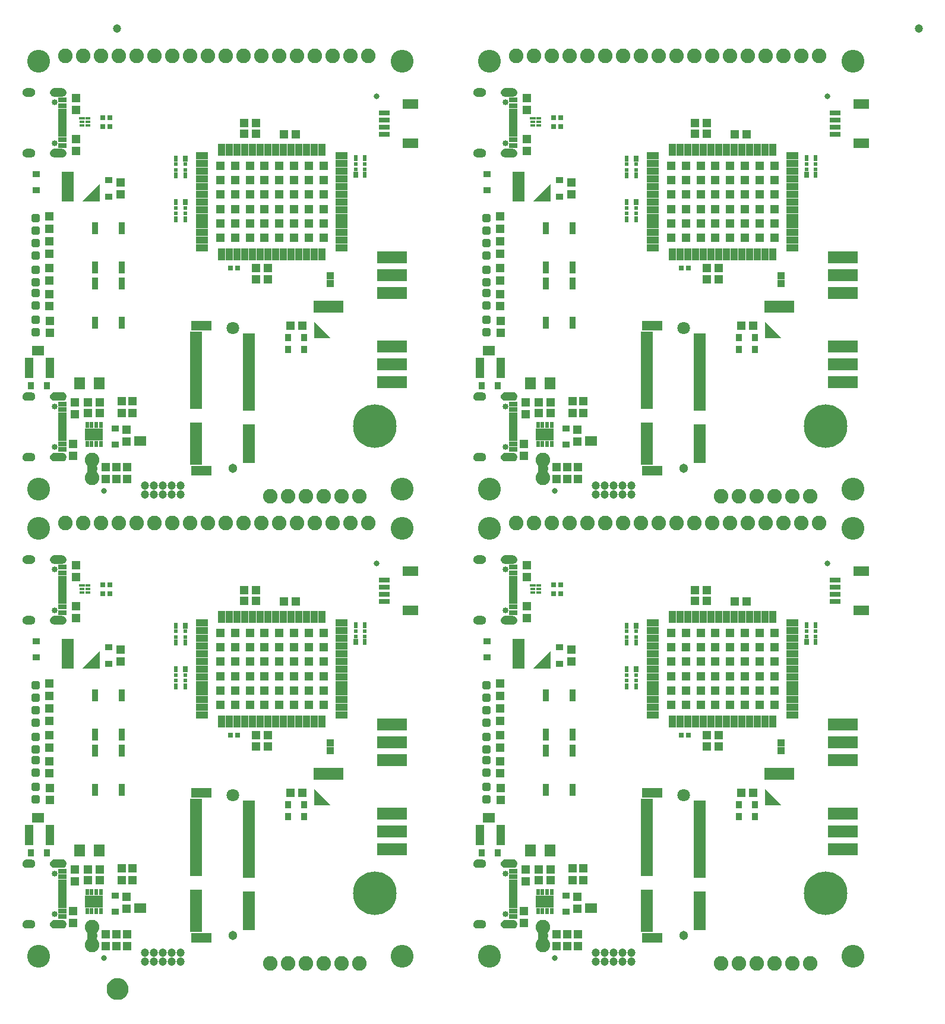
<source format=gts>
G04 EAGLE Gerber RS-274X export*
G75*
%MOMM*%
%FSLAX34Y34*%
%LPD*%
%INSoldermask Top*%
%IPPOS*%
%AMOC8*
5,1,8,0,0,1.08239X$1,22.5*%
G01*
%ADD10R,1.203200X0.503200*%
%ADD11R,1.203200X0.803200*%
%ADD12C,0.853200*%
%ADD13R,1.203200X1.303200*%
%ADD14R,0.503200X0.853200*%
%ADD15R,2.553200X1.803200*%
%ADD16R,1.303200X1.203200*%
%ADD17C,0.838200*%
%ADD18R,4.200000X1.700000*%
%ADD19R,0.833200X1.033200*%
%ADD20R,0.965200X1.727200*%
%ADD21R,0.838200X1.473200*%
%ADD22R,1.203200X3.003200*%
%ADD23R,1.603200X1.803200*%
%ADD24R,1.473200X0.838200*%
%ADD25C,2.082800*%
%ADD26C,6.203200*%
%ADD27R,1.033200X0.833200*%
%ADD28C,1.303200*%
%ADD29C,1.803200*%
%ADD30R,1.753200X0.503200*%
%ADD31R,2.953200X1.403200*%
%ADD32C,0.505344*%
%ADD33R,1.053200X1.723200*%
%ADD34R,1.723200X1.053200*%
%ADD35R,1.303200X1.303200*%
%ADD36R,0.620000X0.840000*%
%ADD37R,0.620000X0.560000*%
%ADD38R,0.640000X0.840000*%
%ADD39R,0.803200X0.803200*%
%ADD40R,0.813200X0.453200*%
%ADD41R,0.763200X0.453200*%
%ADD42R,4.203200X1.703200*%
%ADD43R,2.203200X1.403200*%
%ADD44R,1.553200X0.803200*%
%ADD45R,1.700000X4.200000*%
%ADD46C,3.251200*%
%ADD47C,1.203200*%
%ADD48R,1.103200X1.053200*%
%ADD49C,1.270000*%
%ADD50C,1.703200*%

G36*
X1084616Y905651D02*
X1084616Y905651D01*
X1084660Y905654D01*
X1084682Y905670D01*
X1084708Y905678D01*
X1084737Y905711D01*
X1084772Y905737D01*
X1084782Y905763D01*
X1084800Y905783D01*
X1084807Y905827D01*
X1084822Y905867D01*
X1084817Y905894D01*
X1084821Y905921D01*
X1084803Y905962D01*
X1084794Y906004D01*
X1084768Y906040D01*
X1084764Y906049D01*
X1084759Y906053D01*
X1084750Y906064D01*
X1060750Y930064D01*
X1060712Y930085D01*
X1060679Y930114D01*
X1060652Y930118D01*
X1060628Y930131D01*
X1060584Y930128D01*
X1060541Y930135D01*
X1060516Y930124D01*
X1060488Y930122D01*
X1060453Y930096D01*
X1060413Y930078D01*
X1060398Y930055D01*
X1060376Y930039D01*
X1060360Y929998D01*
X1060336Y929962D01*
X1060329Y929918D01*
X1060326Y929909D01*
X1060327Y929902D01*
X1060325Y929888D01*
X1060325Y905888D01*
X1060330Y905872D01*
X1060327Y905855D01*
X1060349Y905805D01*
X1060364Y905754D01*
X1060377Y905743D01*
X1060384Y905727D01*
X1060429Y905697D01*
X1060469Y905662D01*
X1060486Y905659D01*
X1060501Y905650D01*
X1060574Y905639D01*
X1084574Y905639D01*
X1084616Y905651D01*
G37*
G36*
X111906Y1100716D02*
X111906Y1100716D01*
X111923Y1100713D01*
X111973Y1100735D01*
X112024Y1100750D01*
X112035Y1100763D01*
X112051Y1100770D01*
X112081Y1100815D01*
X112116Y1100855D01*
X112119Y1100872D01*
X112128Y1100887D01*
X112139Y1100960D01*
X112139Y1124960D01*
X112127Y1125002D01*
X112124Y1125046D01*
X112108Y1125068D01*
X112100Y1125094D01*
X112067Y1125123D01*
X112041Y1125158D01*
X112015Y1125168D01*
X111995Y1125186D01*
X111951Y1125193D01*
X111911Y1125208D01*
X111884Y1125203D01*
X111857Y1125207D01*
X111816Y1125189D01*
X111774Y1125180D01*
X111738Y1125154D01*
X111729Y1125150D01*
X111725Y1125145D01*
X111714Y1125136D01*
X87714Y1101136D01*
X87693Y1101098D01*
X87664Y1101065D01*
X87660Y1101038D01*
X87647Y1101014D01*
X87650Y1100970D01*
X87643Y1100927D01*
X87654Y1100902D01*
X87656Y1100874D01*
X87682Y1100839D01*
X87700Y1100799D01*
X87723Y1100784D01*
X87739Y1100762D01*
X87780Y1100746D01*
X87817Y1100722D01*
X87860Y1100715D01*
X87869Y1100712D01*
X87876Y1100713D01*
X87890Y1100711D01*
X111890Y1100711D01*
X111906Y1100716D01*
G37*
G36*
X754526Y1100716D02*
X754526Y1100716D01*
X754543Y1100713D01*
X754593Y1100735D01*
X754644Y1100750D01*
X754655Y1100763D01*
X754671Y1100770D01*
X754701Y1100815D01*
X754736Y1100855D01*
X754739Y1100872D01*
X754748Y1100887D01*
X754759Y1100960D01*
X754759Y1124960D01*
X754747Y1125002D01*
X754744Y1125046D01*
X754728Y1125068D01*
X754720Y1125094D01*
X754687Y1125123D01*
X754661Y1125158D01*
X754635Y1125168D01*
X754615Y1125186D01*
X754571Y1125193D01*
X754531Y1125208D01*
X754504Y1125203D01*
X754477Y1125207D01*
X754436Y1125189D01*
X754394Y1125180D01*
X754358Y1125154D01*
X754349Y1125150D01*
X754345Y1125145D01*
X754334Y1125136D01*
X730334Y1101136D01*
X730313Y1101098D01*
X730284Y1101065D01*
X730280Y1101038D01*
X730267Y1101014D01*
X730270Y1100970D01*
X730263Y1100927D01*
X730274Y1100902D01*
X730276Y1100874D01*
X730302Y1100839D01*
X730320Y1100799D01*
X730343Y1100784D01*
X730359Y1100762D01*
X730400Y1100746D01*
X730437Y1100722D01*
X730480Y1100715D01*
X730489Y1100712D01*
X730496Y1100713D01*
X730510Y1100711D01*
X754510Y1100711D01*
X754526Y1100716D01*
G37*
G36*
X441996Y905651D02*
X441996Y905651D01*
X442040Y905654D01*
X442062Y905670D01*
X442088Y905678D01*
X442117Y905711D01*
X442152Y905737D01*
X442162Y905763D01*
X442180Y905783D01*
X442187Y905827D01*
X442202Y905867D01*
X442197Y905894D01*
X442201Y905921D01*
X442183Y905962D01*
X442174Y906004D01*
X442148Y906040D01*
X442144Y906049D01*
X442139Y906053D01*
X442130Y906064D01*
X418130Y930064D01*
X418092Y930085D01*
X418059Y930114D01*
X418032Y930118D01*
X418008Y930131D01*
X417964Y930128D01*
X417921Y930135D01*
X417896Y930124D01*
X417868Y930122D01*
X417833Y930096D01*
X417793Y930078D01*
X417778Y930055D01*
X417756Y930039D01*
X417740Y929998D01*
X417716Y929962D01*
X417709Y929918D01*
X417706Y929909D01*
X417707Y929902D01*
X417705Y929888D01*
X417705Y905888D01*
X417710Y905872D01*
X417707Y905855D01*
X417729Y905805D01*
X417744Y905754D01*
X417757Y905743D01*
X417764Y905727D01*
X417809Y905697D01*
X417849Y905662D01*
X417866Y905659D01*
X417881Y905650D01*
X417954Y905639D01*
X441954Y905639D01*
X441996Y905651D01*
G37*
G36*
X111906Y435236D02*
X111906Y435236D01*
X111923Y435233D01*
X111973Y435255D01*
X112024Y435270D01*
X112035Y435283D01*
X112051Y435290D01*
X112081Y435335D01*
X112116Y435375D01*
X112119Y435392D01*
X112128Y435407D01*
X112139Y435480D01*
X112139Y459480D01*
X112127Y459522D01*
X112124Y459566D01*
X112108Y459588D01*
X112100Y459614D01*
X112067Y459643D01*
X112041Y459678D01*
X112015Y459688D01*
X111995Y459706D01*
X111951Y459713D01*
X111911Y459728D01*
X111884Y459723D01*
X111857Y459727D01*
X111816Y459709D01*
X111774Y459700D01*
X111738Y459674D01*
X111729Y459670D01*
X111725Y459665D01*
X111714Y459656D01*
X87714Y435656D01*
X87693Y435618D01*
X87664Y435585D01*
X87660Y435558D01*
X87647Y435534D01*
X87650Y435490D01*
X87643Y435447D01*
X87654Y435422D01*
X87656Y435394D01*
X87682Y435359D01*
X87700Y435319D01*
X87723Y435304D01*
X87739Y435282D01*
X87780Y435266D01*
X87817Y435242D01*
X87860Y435235D01*
X87869Y435232D01*
X87876Y435233D01*
X87890Y435231D01*
X111890Y435231D01*
X111906Y435236D01*
G37*
G36*
X754526Y435236D02*
X754526Y435236D01*
X754543Y435233D01*
X754593Y435255D01*
X754644Y435270D01*
X754655Y435283D01*
X754671Y435290D01*
X754701Y435335D01*
X754736Y435375D01*
X754739Y435392D01*
X754748Y435407D01*
X754759Y435480D01*
X754759Y459480D01*
X754747Y459522D01*
X754744Y459566D01*
X754728Y459588D01*
X754720Y459614D01*
X754687Y459643D01*
X754661Y459678D01*
X754635Y459688D01*
X754615Y459706D01*
X754571Y459713D01*
X754531Y459728D01*
X754504Y459723D01*
X754477Y459727D01*
X754436Y459709D01*
X754394Y459700D01*
X754358Y459674D01*
X754349Y459670D01*
X754345Y459665D01*
X754334Y459656D01*
X730334Y435656D01*
X730313Y435618D01*
X730284Y435585D01*
X730280Y435558D01*
X730267Y435534D01*
X730270Y435490D01*
X730263Y435447D01*
X730274Y435422D01*
X730276Y435394D01*
X730302Y435359D01*
X730320Y435319D01*
X730343Y435304D01*
X730359Y435282D01*
X730400Y435266D01*
X730437Y435242D01*
X730480Y435235D01*
X730489Y435232D01*
X730496Y435233D01*
X730510Y435231D01*
X754510Y435231D01*
X754526Y435236D01*
G37*
G36*
X1084616Y240171D02*
X1084616Y240171D01*
X1084660Y240174D01*
X1084682Y240190D01*
X1084708Y240198D01*
X1084737Y240231D01*
X1084772Y240257D01*
X1084782Y240283D01*
X1084800Y240303D01*
X1084807Y240347D01*
X1084822Y240387D01*
X1084817Y240414D01*
X1084821Y240441D01*
X1084803Y240482D01*
X1084794Y240524D01*
X1084768Y240560D01*
X1084764Y240569D01*
X1084759Y240573D01*
X1084750Y240584D01*
X1060750Y264584D01*
X1060712Y264605D01*
X1060679Y264634D01*
X1060652Y264638D01*
X1060628Y264651D01*
X1060584Y264648D01*
X1060541Y264655D01*
X1060516Y264644D01*
X1060488Y264642D01*
X1060453Y264616D01*
X1060413Y264598D01*
X1060398Y264575D01*
X1060376Y264559D01*
X1060360Y264518D01*
X1060336Y264482D01*
X1060329Y264438D01*
X1060326Y264429D01*
X1060327Y264422D01*
X1060325Y264408D01*
X1060325Y240408D01*
X1060330Y240392D01*
X1060327Y240375D01*
X1060349Y240325D01*
X1060364Y240274D01*
X1060377Y240263D01*
X1060384Y240247D01*
X1060429Y240217D01*
X1060469Y240182D01*
X1060486Y240179D01*
X1060501Y240170D01*
X1060574Y240159D01*
X1084574Y240159D01*
X1084616Y240171D01*
G37*
G36*
X441996Y240171D02*
X441996Y240171D01*
X442040Y240174D01*
X442062Y240190D01*
X442088Y240198D01*
X442117Y240231D01*
X442152Y240257D01*
X442162Y240283D01*
X442180Y240303D01*
X442187Y240347D01*
X442202Y240387D01*
X442197Y240414D01*
X442201Y240441D01*
X442183Y240482D01*
X442174Y240524D01*
X442148Y240560D01*
X442144Y240569D01*
X442139Y240573D01*
X442130Y240584D01*
X418130Y264584D01*
X418092Y264605D01*
X418059Y264634D01*
X418032Y264638D01*
X418008Y264651D01*
X417964Y264648D01*
X417921Y264655D01*
X417896Y264644D01*
X417868Y264642D01*
X417833Y264616D01*
X417793Y264598D01*
X417778Y264575D01*
X417756Y264559D01*
X417740Y264518D01*
X417716Y264482D01*
X417709Y264438D01*
X417706Y264429D01*
X417707Y264422D01*
X417705Y264408D01*
X417705Y240408D01*
X417710Y240392D01*
X417707Y240375D01*
X417729Y240325D01*
X417744Y240274D01*
X417757Y240263D01*
X417764Y240247D01*
X417809Y240217D01*
X417849Y240182D01*
X417866Y240179D01*
X417881Y240170D01*
X417954Y240159D01*
X441954Y240159D01*
X441996Y240171D01*
G37*
G36*
X59034Y816934D02*
X59034Y816934D01*
X59037Y816931D01*
X60159Y817086D01*
X60164Y817091D01*
X60168Y817088D01*
X61239Y817459D01*
X61243Y817465D01*
X61248Y817463D01*
X62225Y818036D01*
X62228Y818042D01*
X62233Y818041D01*
X63080Y818794D01*
X63082Y818801D01*
X63087Y818801D01*
X63771Y819704D01*
X63771Y819711D01*
X63776Y819712D01*
X64271Y820731D01*
X64269Y820738D01*
X64274Y820740D01*
X64561Y821837D01*
X64559Y821841D01*
X64561Y821842D01*
X64559Y821844D01*
X64562Y821846D01*
X64629Y822977D01*
X64627Y822981D01*
X64629Y822983D01*
X64562Y824114D01*
X64557Y824119D01*
X64561Y824123D01*
X64274Y825220D01*
X64268Y825224D01*
X64271Y825229D01*
X63776Y826248D01*
X63770Y826251D01*
X63771Y826256D01*
X63087Y827159D01*
X63080Y827161D01*
X63080Y827166D01*
X62233Y827919D01*
X62226Y827919D01*
X62225Y827924D01*
X61248Y828497D01*
X61241Y828496D01*
X61239Y828501D01*
X60168Y828872D01*
X60162Y828869D01*
X60159Y828874D01*
X59037Y829029D01*
X59032Y829026D01*
X59030Y829029D01*
X47030Y829029D01*
X47025Y829026D01*
X47022Y829029D01*
X45755Y828824D01*
X45749Y828818D01*
X45745Y828821D01*
X44555Y828339D01*
X44551Y828332D01*
X44545Y828334D01*
X43492Y827600D01*
X43490Y827592D01*
X43484Y827593D01*
X42621Y826643D01*
X42620Y826634D01*
X42615Y826634D01*
X41985Y825515D01*
X41986Y825507D01*
X41980Y825505D01*
X41615Y824275D01*
X41618Y824267D01*
X41613Y824264D01*
X41531Y822983D01*
X41534Y822979D01*
X41531Y822977D01*
X41613Y821696D01*
X41619Y821690D01*
X41615Y821685D01*
X41980Y820455D01*
X41987Y820450D01*
X41985Y820445D01*
X42615Y819326D01*
X42622Y819323D01*
X42621Y819317D01*
X43484Y818367D01*
X43492Y818366D01*
X43492Y818360D01*
X44545Y817626D01*
X44553Y817626D01*
X44555Y817621D01*
X45745Y817139D01*
X45752Y817141D01*
X45755Y817136D01*
X47022Y816931D01*
X47027Y816934D01*
X47030Y816931D01*
X59030Y816931D01*
X59034Y816934D01*
G37*
G36*
X701654Y816934D02*
X701654Y816934D01*
X701657Y816931D01*
X702779Y817086D01*
X702784Y817091D01*
X702788Y817088D01*
X703859Y817459D01*
X703863Y817465D01*
X703868Y817463D01*
X704845Y818036D01*
X704848Y818042D01*
X704853Y818041D01*
X705700Y818794D01*
X705702Y818801D01*
X705707Y818801D01*
X706391Y819704D01*
X706391Y819711D01*
X706396Y819712D01*
X706891Y820731D01*
X706889Y820738D01*
X706894Y820740D01*
X707181Y821837D01*
X707179Y821841D01*
X707181Y821842D01*
X707179Y821844D01*
X707182Y821846D01*
X707249Y822977D01*
X707247Y822981D01*
X707249Y822983D01*
X707182Y824114D01*
X707177Y824119D01*
X707181Y824123D01*
X706894Y825220D01*
X706888Y825224D01*
X706891Y825229D01*
X706396Y826248D01*
X706390Y826251D01*
X706391Y826256D01*
X705707Y827159D01*
X705700Y827161D01*
X705700Y827166D01*
X704853Y827919D01*
X704846Y827919D01*
X704845Y827924D01*
X703868Y828497D01*
X703861Y828496D01*
X703859Y828501D01*
X702788Y828872D01*
X702782Y828869D01*
X702779Y828874D01*
X701657Y829029D01*
X701652Y829026D01*
X701650Y829029D01*
X689650Y829029D01*
X689645Y829026D01*
X689642Y829029D01*
X688375Y828824D01*
X688369Y828818D01*
X688365Y828821D01*
X687175Y828339D01*
X687171Y828332D01*
X687165Y828334D01*
X686112Y827600D01*
X686110Y827592D01*
X686104Y827593D01*
X685241Y826643D01*
X685240Y826634D01*
X685235Y826634D01*
X684605Y825515D01*
X684606Y825507D01*
X684600Y825505D01*
X684235Y824275D01*
X684238Y824267D01*
X684233Y824264D01*
X684151Y822983D01*
X684154Y822979D01*
X684151Y822977D01*
X684233Y821696D01*
X684239Y821690D01*
X684235Y821685D01*
X684600Y820455D01*
X684607Y820450D01*
X684605Y820445D01*
X685235Y819326D01*
X685242Y819323D01*
X685241Y819317D01*
X686104Y818367D01*
X686112Y818366D01*
X686112Y818360D01*
X687165Y817626D01*
X687173Y817626D01*
X687175Y817621D01*
X688365Y817139D01*
X688372Y817141D01*
X688375Y817136D01*
X689642Y816931D01*
X689647Y816934D01*
X689650Y816931D01*
X701650Y816931D01*
X701654Y816934D01*
G37*
G36*
X701654Y498124D02*
X701654Y498124D01*
X701657Y498121D01*
X702779Y498276D01*
X702784Y498281D01*
X702788Y498278D01*
X703859Y498649D01*
X703863Y498655D01*
X703868Y498653D01*
X704845Y499226D01*
X704848Y499232D01*
X704853Y499231D01*
X705700Y499984D01*
X705702Y499991D01*
X705707Y499991D01*
X706391Y500894D01*
X706391Y500901D01*
X706396Y500902D01*
X706891Y501921D01*
X706889Y501928D01*
X706894Y501930D01*
X707181Y503027D01*
X707179Y503031D01*
X707181Y503032D01*
X707179Y503034D01*
X707182Y503036D01*
X707249Y504167D01*
X707247Y504171D01*
X707249Y504173D01*
X707182Y505304D01*
X707177Y505309D01*
X707181Y505313D01*
X706894Y506410D01*
X706888Y506414D01*
X706891Y506419D01*
X706396Y507438D01*
X706390Y507441D01*
X706391Y507446D01*
X705707Y508349D01*
X705700Y508351D01*
X705700Y508356D01*
X704853Y509109D01*
X704846Y509109D01*
X704845Y509114D01*
X703868Y509687D01*
X703861Y509686D01*
X703859Y509691D01*
X702788Y510062D01*
X702782Y510059D01*
X702779Y510064D01*
X701657Y510219D01*
X701652Y510216D01*
X701650Y510219D01*
X689650Y510219D01*
X689645Y510216D01*
X689642Y510219D01*
X688375Y510014D01*
X688369Y510008D01*
X688365Y510011D01*
X687175Y509529D01*
X687171Y509522D01*
X687165Y509524D01*
X686112Y508790D01*
X686110Y508782D01*
X686104Y508783D01*
X685241Y507833D01*
X685240Y507824D01*
X685235Y507824D01*
X684605Y506705D01*
X684606Y506697D01*
X684600Y506695D01*
X684235Y505465D01*
X684238Y505457D01*
X684233Y505454D01*
X684151Y504173D01*
X684154Y504169D01*
X684151Y504167D01*
X684233Y502886D01*
X684239Y502880D01*
X684235Y502875D01*
X684600Y501645D01*
X684607Y501640D01*
X684605Y501635D01*
X685235Y500516D01*
X685242Y500513D01*
X685241Y500507D01*
X686104Y499557D01*
X686112Y499556D01*
X686112Y499550D01*
X687165Y498816D01*
X687173Y498816D01*
X687175Y498811D01*
X688365Y498329D01*
X688372Y498331D01*
X688375Y498326D01*
X689642Y498121D01*
X689647Y498124D01*
X689650Y498121D01*
X701650Y498121D01*
X701654Y498124D01*
G37*
G36*
X59034Y498124D02*
X59034Y498124D01*
X59037Y498121D01*
X60159Y498276D01*
X60164Y498281D01*
X60168Y498278D01*
X61239Y498649D01*
X61243Y498655D01*
X61248Y498653D01*
X62225Y499226D01*
X62228Y499232D01*
X62233Y499231D01*
X63080Y499984D01*
X63082Y499991D01*
X63087Y499991D01*
X63771Y500894D01*
X63771Y500901D01*
X63776Y500902D01*
X64271Y501921D01*
X64269Y501928D01*
X64274Y501930D01*
X64561Y503027D01*
X64559Y503031D01*
X64561Y503032D01*
X64559Y503034D01*
X64562Y503036D01*
X64629Y504167D01*
X64627Y504171D01*
X64629Y504173D01*
X64562Y505304D01*
X64557Y505309D01*
X64561Y505313D01*
X64274Y506410D01*
X64268Y506414D01*
X64271Y506419D01*
X63776Y507438D01*
X63770Y507441D01*
X63771Y507446D01*
X63087Y508349D01*
X63080Y508351D01*
X63080Y508356D01*
X62233Y509109D01*
X62226Y509109D01*
X62225Y509114D01*
X61248Y509687D01*
X61241Y509686D01*
X61239Y509691D01*
X60168Y510062D01*
X60162Y510059D01*
X60159Y510064D01*
X59037Y510219D01*
X59032Y510216D01*
X59030Y510219D01*
X47030Y510219D01*
X47025Y510216D01*
X47022Y510219D01*
X45755Y510014D01*
X45749Y510008D01*
X45745Y510011D01*
X44555Y509529D01*
X44551Y509522D01*
X44545Y509524D01*
X43492Y508790D01*
X43490Y508782D01*
X43484Y508783D01*
X42621Y507833D01*
X42620Y507824D01*
X42615Y507824D01*
X41985Y506705D01*
X41986Y506697D01*
X41980Y506695D01*
X41615Y505465D01*
X41618Y505457D01*
X41613Y505454D01*
X41531Y504173D01*
X41534Y504169D01*
X41531Y504167D01*
X41613Y502886D01*
X41619Y502880D01*
X41615Y502875D01*
X41980Y501645D01*
X41987Y501640D01*
X41985Y501635D01*
X42615Y500516D01*
X42622Y500513D01*
X42621Y500507D01*
X43484Y499557D01*
X43492Y499556D01*
X43492Y499550D01*
X44545Y498816D01*
X44553Y498816D01*
X44555Y498811D01*
X45745Y498329D01*
X45752Y498331D01*
X45755Y498326D01*
X47022Y498121D01*
X47027Y498124D01*
X47030Y498121D01*
X59030Y498121D01*
X59034Y498124D01*
G37*
G36*
X701654Y1250004D02*
X701654Y1250004D01*
X701657Y1250001D01*
X702779Y1250156D01*
X702784Y1250161D01*
X702788Y1250158D01*
X703859Y1250529D01*
X703863Y1250535D01*
X703868Y1250533D01*
X704845Y1251106D01*
X704848Y1251112D01*
X704853Y1251111D01*
X705700Y1251864D01*
X705702Y1251871D01*
X705707Y1251871D01*
X706391Y1252774D01*
X706391Y1252781D01*
X706396Y1252782D01*
X706891Y1253801D01*
X706889Y1253808D01*
X706894Y1253810D01*
X707181Y1254907D01*
X707179Y1254911D01*
X707181Y1254912D01*
X707179Y1254914D01*
X707182Y1254916D01*
X707249Y1256047D01*
X707247Y1256051D01*
X707249Y1256053D01*
X707182Y1257184D01*
X707177Y1257189D01*
X707181Y1257193D01*
X706894Y1258290D01*
X706888Y1258294D01*
X706891Y1258299D01*
X706396Y1259318D01*
X706390Y1259321D01*
X706391Y1259326D01*
X705707Y1260229D01*
X705700Y1260231D01*
X705700Y1260236D01*
X704853Y1260989D01*
X704846Y1260989D01*
X704845Y1260994D01*
X703868Y1261567D01*
X703861Y1261566D01*
X703859Y1261571D01*
X702788Y1261942D01*
X702782Y1261939D01*
X702779Y1261944D01*
X701657Y1262099D01*
X701652Y1262096D01*
X701650Y1262099D01*
X689650Y1262099D01*
X689645Y1262096D01*
X689642Y1262099D01*
X688375Y1261894D01*
X688369Y1261888D01*
X688365Y1261891D01*
X687175Y1261409D01*
X687171Y1261402D01*
X687165Y1261404D01*
X686112Y1260670D01*
X686110Y1260662D01*
X686104Y1260663D01*
X685241Y1259713D01*
X685240Y1259704D01*
X685235Y1259704D01*
X684605Y1258585D01*
X684606Y1258577D01*
X684600Y1258575D01*
X684235Y1257345D01*
X684238Y1257337D01*
X684233Y1257334D01*
X684151Y1256053D01*
X684154Y1256049D01*
X684151Y1256047D01*
X684233Y1254766D01*
X684239Y1254760D01*
X684235Y1254755D01*
X684600Y1253525D01*
X684607Y1253520D01*
X684605Y1253515D01*
X685235Y1252396D01*
X685242Y1252393D01*
X685241Y1252387D01*
X686104Y1251437D01*
X686112Y1251436D01*
X686112Y1251430D01*
X687165Y1250696D01*
X687173Y1250696D01*
X687175Y1250691D01*
X688365Y1250209D01*
X688372Y1250211D01*
X688375Y1250206D01*
X689642Y1250001D01*
X689647Y1250004D01*
X689650Y1250001D01*
X701650Y1250001D01*
X701654Y1250004D01*
G37*
G36*
X701654Y730534D02*
X701654Y730534D01*
X701657Y730531D01*
X702779Y730686D01*
X702784Y730691D01*
X702788Y730688D01*
X703859Y731059D01*
X703863Y731065D01*
X703868Y731063D01*
X704845Y731636D01*
X704848Y731642D01*
X704853Y731641D01*
X705700Y732394D01*
X705702Y732401D01*
X705707Y732401D01*
X706391Y733304D01*
X706391Y733311D01*
X706396Y733312D01*
X706891Y734331D01*
X706889Y734338D01*
X706894Y734340D01*
X707181Y735437D01*
X707179Y735441D01*
X707181Y735442D01*
X707179Y735444D01*
X707182Y735446D01*
X707249Y736577D01*
X707247Y736581D01*
X707249Y736583D01*
X707182Y737714D01*
X707177Y737719D01*
X707181Y737723D01*
X706894Y738820D01*
X706888Y738824D01*
X706891Y738829D01*
X706396Y739848D01*
X706390Y739851D01*
X706391Y739856D01*
X705707Y740759D01*
X705700Y740761D01*
X705700Y740766D01*
X704853Y741519D01*
X704846Y741519D01*
X704845Y741524D01*
X703868Y742097D01*
X703861Y742096D01*
X703859Y742101D01*
X702788Y742472D01*
X702782Y742469D01*
X702779Y742474D01*
X701657Y742629D01*
X701652Y742626D01*
X701650Y742629D01*
X689650Y742629D01*
X689645Y742626D01*
X689642Y742629D01*
X688375Y742424D01*
X688369Y742418D01*
X688365Y742421D01*
X687175Y741939D01*
X687171Y741932D01*
X687165Y741934D01*
X686112Y741200D01*
X686110Y741192D01*
X686104Y741193D01*
X685241Y740243D01*
X685240Y740234D01*
X685235Y740234D01*
X684605Y739115D01*
X684606Y739107D01*
X684600Y739105D01*
X684235Y737875D01*
X684238Y737867D01*
X684233Y737864D01*
X684151Y736583D01*
X684154Y736579D01*
X684151Y736577D01*
X684233Y735296D01*
X684239Y735290D01*
X684235Y735285D01*
X684600Y734055D01*
X684607Y734050D01*
X684605Y734045D01*
X685235Y732926D01*
X685242Y732923D01*
X685241Y732917D01*
X686104Y731967D01*
X686112Y731966D01*
X686112Y731960D01*
X687165Y731226D01*
X687173Y731226D01*
X687175Y731221D01*
X688365Y730739D01*
X688372Y730741D01*
X688375Y730736D01*
X689642Y730531D01*
X689647Y730534D01*
X689650Y730531D01*
X701650Y730531D01*
X701654Y730534D01*
G37*
G36*
X59034Y1250004D02*
X59034Y1250004D01*
X59037Y1250001D01*
X60159Y1250156D01*
X60164Y1250161D01*
X60168Y1250158D01*
X61239Y1250529D01*
X61243Y1250535D01*
X61248Y1250533D01*
X62225Y1251106D01*
X62228Y1251112D01*
X62233Y1251111D01*
X63080Y1251864D01*
X63082Y1251871D01*
X63087Y1251871D01*
X63771Y1252774D01*
X63771Y1252781D01*
X63776Y1252782D01*
X64271Y1253801D01*
X64269Y1253808D01*
X64274Y1253810D01*
X64561Y1254907D01*
X64559Y1254911D01*
X64561Y1254912D01*
X64559Y1254914D01*
X64562Y1254916D01*
X64629Y1256047D01*
X64627Y1256051D01*
X64629Y1256053D01*
X64562Y1257184D01*
X64557Y1257189D01*
X64561Y1257193D01*
X64274Y1258290D01*
X64268Y1258294D01*
X64271Y1258299D01*
X63776Y1259318D01*
X63770Y1259321D01*
X63771Y1259326D01*
X63087Y1260229D01*
X63080Y1260231D01*
X63080Y1260236D01*
X62233Y1260989D01*
X62226Y1260989D01*
X62225Y1260994D01*
X61248Y1261567D01*
X61241Y1261566D01*
X61239Y1261571D01*
X60168Y1261942D01*
X60162Y1261939D01*
X60159Y1261944D01*
X59037Y1262099D01*
X59032Y1262096D01*
X59030Y1262099D01*
X47030Y1262099D01*
X47025Y1262096D01*
X47022Y1262099D01*
X45755Y1261894D01*
X45749Y1261888D01*
X45745Y1261891D01*
X44555Y1261409D01*
X44551Y1261402D01*
X44545Y1261404D01*
X43492Y1260670D01*
X43490Y1260662D01*
X43484Y1260663D01*
X42621Y1259713D01*
X42620Y1259704D01*
X42615Y1259704D01*
X41985Y1258585D01*
X41986Y1258577D01*
X41980Y1258575D01*
X41615Y1257345D01*
X41618Y1257337D01*
X41613Y1257334D01*
X41531Y1256053D01*
X41534Y1256049D01*
X41531Y1256047D01*
X41613Y1254766D01*
X41619Y1254760D01*
X41615Y1254755D01*
X41980Y1253525D01*
X41987Y1253520D01*
X41985Y1253515D01*
X42615Y1252396D01*
X42622Y1252393D01*
X42621Y1252387D01*
X43484Y1251437D01*
X43492Y1251436D01*
X43492Y1251430D01*
X44545Y1250696D01*
X44553Y1250696D01*
X44555Y1250691D01*
X45745Y1250209D01*
X45752Y1250211D01*
X45755Y1250206D01*
X47022Y1250001D01*
X47027Y1250004D01*
X47030Y1250001D01*
X59030Y1250001D01*
X59034Y1250004D01*
G37*
G36*
X701654Y584524D02*
X701654Y584524D01*
X701657Y584521D01*
X702779Y584676D01*
X702784Y584681D01*
X702788Y584678D01*
X703859Y585049D01*
X703863Y585055D01*
X703868Y585053D01*
X704845Y585626D01*
X704848Y585632D01*
X704853Y585631D01*
X705700Y586384D01*
X705702Y586391D01*
X705707Y586391D01*
X706391Y587294D01*
X706391Y587301D01*
X706396Y587302D01*
X706891Y588321D01*
X706889Y588328D01*
X706894Y588330D01*
X707181Y589427D01*
X707179Y589431D01*
X707181Y589432D01*
X707179Y589434D01*
X707182Y589436D01*
X707249Y590567D01*
X707247Y590571D01*
X707249Y590573D01*
X707182Y591704D01*
X707177Y591709D01*
X707181Y591713D01*
X706894Y592810D01*
X706888Y592814D01*
X706891Y592819D01*
X706396Y593838D01*
X706390Y593841D01*
X706391Y593846D01*
X705707Y594749D01*
X705700Y594751D01*
X705700Y594756D01*
X704853Y595509D01*
X704846Y595509D01*
X704845Y595514D01*
X703868Y596087D01*
X703861Y596086D01*
X703859Y596091D01*
X702788Y596462D01*
X702782Y596459D01*
X702779Y596464D01*
X701657Y596619D01*
X701652Y596616D01*
X701650Y596619D01*
X689650Y596619D01*
X689645Y596616D01*
X689642Y596619D01*
X688375Y596414D01*
X688369Y596408D01*
X688365Y596411D01*
X687175Y595929D01*
X687171Y595922D01*
X687165Y595924D01*
X686112Y595190D01*
X686110Y595182D01*
X686104Y595183D01*
X685241Y594233D01*
X685240Y594224D01*
X685235Y594224D01*
X684605Y593105D01*
X684606Y593097D01*
X684600Y593095D01*
X684235Y591865D01*
X684238Y591857D01*
X684233Y591854D01*
X684151Y590573D01*
X684154Y590569D01*
X684151Y590567D01*
X684233Y589286D01*
X684239Y589280D01*
X684235Y589275D01*
X684600Y588045D01*
X684607Y588040D01*
X684605Y588035D01*
X685235Y586916D01*
X685242Y586913D01*
X685241Y586907D01*
X686104Y585957D01*
X686112Y585956D01*
X686112Y585950D01*
X687165Y585216D01*
X687173Y585216D01*
X687175Y585211D01*
X688365Y584729D01*
X688372Y584731D01*
X688375Y584726D01*
X689642Y584521D01*
X689647Y584524D01*
X689650Y584521D01*
X701650Y584521D01*
X701654Y584524D01*
G37*
G36*
X59034Y65054D02*
X59034Y65054D01*
X59037Y65051D01*
X60159Y65206D01*
X60164Y65211D01*
X60168Y65208D01*
X61239Y65579D01*
X61243Y65585D01*
X61248Y65583D01*
X62225Y66156D01*
X62228Y66162D01*
X62233Y66161D01*
X63080Y66914D01*
X63082Y66921D01*
X63087Y66921D01*
X63771Y67824D01*
X63771Y67831D01*
X63776Y67832D01*
X64271Y68851D01*
X64269Y68858D01*
X64274Y68860D01*
X64561Y69957D01*
X64559Y69961D01*
X64561Y69962D01*
X64559Y69964D01*
X64562Y69966D01*
X64629Y71097D01*
X64627Y71101D01*
X64629Y71103D01*
X64562Y72234D01*
X64557Y72239D01*
X64561Y72243D01*
X64274Y73340D01*
X64268Y73344D01*
X64271Y73349D01*
X63776Y74368D01*
X63770Y74371D01*
X63771Y74376D01*
X63087Y75279D01*
X63080Y75281D01*
X63080Y75286D01*
X62233Y76039D01*
X62226Y76039D01*
X62225Y76044D01*
X61248Y76617D01*
X61241Y76616D01*
X61239Y76621D01*
X60168Y76992D01*
X60162Y76989D01*
X60159Y76994D01*
X59037Y77149D01*
X59032Y77146D01*
X59030Y77149D01*
X47030Y77149D01*
X47025Y77146D01*
X47022Y77149D01*
X45755Y76944D01*
X45749Y76938D01*
X45745Y76941D01*
X44555Y76459D01*
X44551Y76452D01*
X44545Y76454D01*
X43492Y75720D01*
X43490Y75712D01*
X43484Y75713D01*
X42621Y74763D01*
X42620Y74754D01*
X42615Y74754D01*
X41985Y73635D01*
X41986Y73627D01*
X41980Y73625D01*
X41615Y72395D01*
X41618Y72387D01*
X41613Y72384D01*
X41531Y71103D01*
X41534Y71099D01*
X41531Y71097D01*
X41613Y69816D01*
X41619Y69810D01*
X41615Y69805D01*
X41980Y68575D01*
X41987Y68570D01*
X41985Y68565D01*
X42615Y67446D01*
X42622Y67443D01*
X42621Y67437D01*
X43484Y66487D01*
X43492Y66486D01*
X43492Y66480D01*
X44545Y65746D01*
X44553Y65746D01*
X44555Y65741D01*
X45745Y65259D01*
X45752Y65261D01*
X45755Y65256D01*
X47022Y65051D01*
X47027Y65054D01*
X47030Y65051D01*
X59030Y65051D01*
X59034Y65054D01*
G37*
G36*
X59034Y1163604D02*
X59034Y1163604D01*
X59037Y1163601D01*
X60159Y1163756D01*
X60164Y1163761D01*
X60168Y1163758D01*
X61239Y1164129D01*
X61243Y1164135D01*
X61248Y1164133D01*
X62225Y1164706D01*
X62228Y1164712D01*
X62233Y1164711D01*
X63080Y1165464D01*
X63082Y1165471D01*
X63087Y1165471D01*
X63771Y1166374D01*
X63771Y1166381D01*
X63776Y1166382D01*
X64271Y1167401D01*
X64269Y1167408D01*
X64274Y1167410D01*
X64561Y1168507D01*
X64559Y1168511D01*
X64561Y1168512D01*
X64559Y1168514D01*
X64562Y1168516D01*
X64629Y1169647D01*
X64627Y1169651D01*
X64629Y1169653D01*
X64562Y1170784D01*
X64557Y1170789D01*
X64561Y1170793D01*
X64274Y1171890D01*
X64268Y1171894D01*
X64271Y1171899D01*
X63776Y1172918D01*
X63770Y1172921D01*
X63771Y1172926D01*
X63087Y1173829D01*
X63080Y1173831D01*
X63080Y1173836D01*
X62233Y1174589D01*
X62226Y1174589D01*
X62225Y1174594D01*
X61248Y1175167D01*
X61241Y1175166D01*
X61239Y1175171D01*
X60168Y1175542D01*
X60162Y1175539D01*
X60159Y1175544D01*
X59037Y1175699D01*
X59032Y1175696D01*
X59030Y1175699D01*
X47030Y1175699D01*
X47025Y1175696D01*
X47022Y1175699D01*
X45755Y1175494D01*
X45749Y1175488D01*
X45745Y1175491D01*
X44555Y1175009D01*
X44551Y1175002D01*
X44545Y1175004D01*
X43492Y1174270D01*
X43490Y1174262D01*
X43484Y1174263D01*
X42621Y1173313D01*
X42620Y1173304D01*
X42615Y1173304D01*
X41985Y1172185D01*
X41986Y1172177D01*
X41980Y1172175D01*
X41615Y1170945D01*
X41618Y1170937D01*
X41613Y1170934D01*
X41531Y1169653D01*
X41534Y1169649D01*
X41531Y1169647D01*
X41613Y1168366D01*
X41619Y1168360D01*
X41615Y1168355D01*
X41980Y1167125D01*
X41987Y1167120D01*
X41985Y1167115D01*
X42615Y1165996D01*
X42622Y1165993D01*
X42621Y1165987D01*
X43484Y1165037D01*
X43492Y1165036D01*
X43492Y1165030D01*
X44545Y1164296D01*
X44553Y1164296D01*
X44555Y1164291D01*
X45745Y1163809D01*
X45752Y1163811D01*
X45755Y1163806D01*
X47022Y1163601D01*
X47027Y1163604D01*
X47030Y1163601D01*
X59030Y1163601D01*
X59034Y1163604D01*
G37*
G36*
X701654Y1163604D02*
X701654Y1163604D01*
X701657Y1163601D01*
X702779Y1163756D01*
X702784Y1163761D01*
X702788Y1163758D01*
X703859Y1164129D01*
X703863Y1164135D01*
X703868Y1164133D01*
X704845Y1164706D01*
X704848Y1164712D01*
X704853Y1164711D01*
X705700Y1165464D01*
X705702Y1165471D01*
X705707Y1165471D01*
X706391Y1166374D01*
X706391Y1166381D01*
X706396Y1166382D01*
X706891Y1167401D01*
X706889Y1167408D01*
X706894Y1167410D01*
X707181Y1168507D01*
X707179Y1168511D01*
X707181Y1168512D01*
X707179Y1168514D01*
X707182Y1168516D01*
X707249Y1169647D01*
X707247Y1169651D01*
X707249Y1169653D01*
X707182Y1170784D01*
X707177Y1170789D01*
X707181Y1170793D01*
X706894Y1171890D01*
X706888Y1171894D01*
X706891Y1171899D01*
X706396Y1172918D01*
X706390Y1172921D01*
X706391Y1172926D01*
X705707Y1173829D01*
X705700Y1173831D01*
X705700Y1173836D01*
X704853Y1174589D01*
X704846Y1174589D01*
X704845Y1174594D01*
X703868Y1175167D01*
X703861Y1175166D01*
X703859Y1175171D01*
X702788Y1175542D01*
X702782Y1175539D01*
X702779Y1175544D01*
X701657Y1175699D01*
X701652Y1175696D01*
X701650Y1175699D01*
X689650Y1175699D01*
X689645Y1175696D01*
X689642Y1175699D01*
X688375Y1175494D01*
X688369Y1175488D01*
X688365Y1175491D01*
X687175Y1175009D01*
X687171Y1175002D01*
X687165Y1175004D01*
X686112Y1174270D01*
X686110Y1174262D01*
X686104Y1174263D01*
X685241Y1173313D01*
X685240Y1173304D01*
X685235Y1173304D01*
X684605Y1172185D01*
X684606Y1172177D01*
X684600Y1172175D01*
X684235Y1170945D01*
X684238Y1170937D01*
X684233Y1170934D01*
X684151Y1169653D01*
X684154Y1169649D01*
X684151Y1169647D01*
X684233Y1168366D01*
X684239Y1168360D01*
X684235Y1168355D01*
X684600Y1167125D01*
X684607Y1167120D01*
X684605Y1167115D01*
X685235Y1165996D01*
X685242Y1165993D01*
X685241Y1165987D01*
X686104Y1165037D01*
X686112Y1165036D01*
X686112Y1165030D01*
X687165Y1164296D01*
X687173Y1164296D01*
X687175Y1164291D01*
X688365Y1163809D01*
X688372Y1163811D01*
X688375Y1163806D01*
X689642Y1163601D01*
X689647Y1163604D01*
X689650Y1163601D01*
X701650Y1163601D01*
X701654Y1163604D01*
G37*
G36*
X59034Y584524D02*
X59034Y584524D01*
X59037Y584521D01*
X60159Y584676D01*
X60164Y584681D01*
X60168Y584678D01*
X61239Y585049D01*
X61243Y585055D01*
X61248Y585053D01*
X62225Y585626D01*
X62228Y585632D01*
X62233Y585631D01*
X63080Y586384D01*
X63082Y586391D01*
X63087Y586391D01*
X63771Y587294D01*
X63771Y587301D01*
X63776Y587302D01*
X64271Y588321D01*
X64269Y588328D01*
X64274Y588330D01*
X64561Y589427D01*
X64559Y589431D01*
X64561Y589432D01*
X64559Y589434D01*
X64562Y589436D01*
X64629Y590567D01*
X64627Y590571D01*
X64629Y590573D01*
X64562Y591704D01*
X64557Y591709D01*
X64561Y591713D01*
X64274Y592810D01*
X64268Y592814D01*
X64271Y592819D01*
X63776Y593838D01*
X63770Y593841D01*
X63771Y593846D01*
X63087Y594749D01*
X63080Y594751D01*
X63080Y594756D01*
X62233Y595509D01*
X62226Y595509D01*
X62225Y595514D01*
X61248Y596087D01*
X61241Y596086D01*
X61239Y596091D01*
X60168Y596462D01*
X60162Y596459D01*
X60159Y596464D01*
X59037Y596619D01*
X59032Y596616D01*
X59030Y596619D01*
X47030Y596619D01*
X47025Y596616D01*
X47022Y596619D01*
X45755Y596414D01*
X45749Y596408D01*
X45745Y596411D01*
X44555Y595929D01*
X44551Y595922D01*
X44545Y595924D01*
X43492Y595190D01*
X43490Y595182D01*
X43484Y595183D01*
X42621Y594233D01*
X42620Y594224D01*
X42615Y594224D01*
X41985Y593105D01*
X41986Y593097D01*
X41980Y593095D01*
X41615Y591865D01*
X41618Y591857D01*
X41613Y591854D01*
X41531Y590573D01*
X41534Y590569D01*
X41531Y590567D01*
X41613Y589286D01*
X41619Y589280D01*
X41615Y589275D01*
X41980Y588045D01*
X41987Y588040D01*
X41985Y588035D01*
X42615Y586916D01*
X42622Y586913D01*
X42621Y586907D01*
X43484Y585957D01*
X43492Y585956D01*
X43492Y585950D01*
X44545Y585216D01*
X44553Y585216D01*
X44555Y585211D01*
X45745Y584729D01*
X45752Y584731D01*
X45755Y584726D01*
X47022Y584521D01*
X47027Y584524D01*
X47030Y584521D01*
X59030Y584521D01*
X59034Y584524D01*
G37*
G36*
X59034Y730534D02*
X59034Y730534D01*
X59037Y730531D01*
X60159Y730686D01*
X60164Y730691D01*
X60168Y730688D01*
X61239Y731059D01*
X61243Y731065D01*
X61248Y731063D01*
X62225Y731636D01*
X62228Y731642D01*
X62233Y731641D01*
X63080Y732394D01*
X63082Y732401D01*
X63087Y732401D01*
X63771Y733304D01*
X63771Y733311D01*
X63776Y733312D01*
X64271Y734331D01*
X64269Y734338D01*
X64274Y734340D01*
X64561Y735437D01*
X64559Y735441D01*
X64561Y735442D01*
X64559Y735444D01*
X64562Y735446D01*
X64629Y736577D01*
X64627Y736581D01*
X64629Y736583D01*
X64562Y737714D01*
X64557Y737719D01*
X64561Y737723D01*
X64274Y738820D01*
X64268Y738824D01*
X64271Y738829D01*
X63776Y739848D01*
X63770Y739851D01*
X63771Y739856D01*
X63087Y740759D01*
X63080Y740761D01*
X63080Y740766D01*
X62233Y741519D01*
X62226Y741519D01*
X62225Y741524D01*
X61248Y742097D01*
X61241Y742096D01*
X61239Y742101D01*
X60168Y742472D01*
X60162Y742469D01*
X60159Y742474D01*
X59037Y742629D01*
X59032Y742626D01*
X59030Y742629D01*
X47030Y742629D01*
X47025Y742626D01*
X47022Y742629D01*
X45755Y742424D01*
X45749Y742418D01*
X45745Y742421D01*
X44555Y741939D01*
X44551Y741932D01*
X44545Y741934D01*
X43492Y741200D01*
X43490Y741192D01*
X43484Y741193D01*
X42621Y740243D01*
X42620Y740234D01*
X42615Y740234D01*
X41985Y739115D01*
X41986Y739107D01*
X41980Y739105D01*
X41615Y737875D01*
X41618Y737867D01*
X41613Y737864D01*
X41531Y736583D01*
X41534Y736579D01*
X41531Y736577D01*
X41613Y735296D01*
X41619Y735290D01*
X41615Y735285D01*
X41980Y734055D01*
X41987Y734050D01*
X41985Y734045D01*
X42615Y732926D01*
X42622Y732923D01*
X42621Y732917D01*
X43484Y731967D01*
X43492Y731966D01*
X43492Y731960D01*
X44545Y731226D01*
X44553Y731226D01*
X44555Y731221D01*
X45745Y730739D01*
X45752Y730741D01*
X45755Y730736D01*
X47022Y730531D01*
X47027Y730534D01*
X47030Y730531D01*
X59030Y730531D01*
X59034Y730534D01*
G37*
G36*
X701654Y151454D02*
X701654Y151454D01*
X701657Y151451D01*
X702779Y151606D01*
X702784Y151611D01*
X702788Y151608D01*
X703859Y151979D01*
X703863Y151985D01*
X703868Y151983D01*
X704845Y152556D01*
X704848Y152562D01*
X704853Y152561D01*
X705700Y153314D01*
X705702Y153321D01*
X705707Y153321D01*
X706391Y154224D01*
X706391Y154231D01*
X706396Y154232D01*
X706891Y155251D01*
X706889Y155258D01*
X706894Y155260D01*
X707181Y156357D01*
X707179Y156361D01*
X707181Y156362D01*
X707179Y156364D01*
X707182Y156366D01*
X707249Y157497D01*
X707247Y157501D01*
X707249Y157503D01*
X707182Y158634D01*
X707177Y158639D01*
X707181Y158643D01*
X706894Y159740D01*
X706888Y159744D01*
X706891Y159749D01*
X706396Y160768D01*
X706390Y160771D01*
X706391Y160776D01*
X705707Y161679D01*
X705700Y161681D01*
X705700Y161686D01*
X704853Y162439D01*
X704846Y162439D01*
X704845Y162444D01*
X703868Y163017D01*
X703861Y163016D01*
X703859Y163021D01*
X702788Y163392D01*
X702782Y163389D01*
X702779Y163394D01*
X701657Y163549D01*
X701652Y163546D01*
X701650Y163549D01*
X689650Y163549D01*
X689645Y163546D01*
X689642Y163549D01*
X688375Y163344D01*
X688369Y163338D01*
X688365Y163341D01*
X687175Y162859D01*
X687171Y162852D01*
X687165Y162854D01*
X686112Y162120D01*
X686110Y162112D01*
X686104Y162113D01*
X685241Y161163D01*
X685240Y161154D01*
X685235Y161154D01*
X684605Y160035D01*
X684606Y160027D01*
X684600Y160025D01*
X684235Y158795D01*
X684238Y158787D01*
X684233Y158784D01*
X684151Y157503D01*
X684154Y157499D01*
X684151Y157497D01*
X684233Y156216D01*
X684239Y156210D01*
X684235Y156205D01*
X684600Y154975D01*
X684607Y154970D01*
X684605Y154965D01*
X685235Y153846D01*
X685242Y153843D01*
X685241Y153837D01*
X686104Y152887D01*
X686112Y152886D01*
X686112Y152880D01*
X687165Y152146D01*
X687173Y152146D01*
X687175Y152141D01*
X688365Y151659D01*
X688372Y151661D01*
X688375Y151656D01*
X689642Y151451D01*
X689647Y151454D01*
X689650Y151451D01*
X701650Y151451D01*
X701654Y151454D01*
G37*
G36*
X59034Y151454D02*
X59034Y151454D01*
X59037Y151451D01*
X60159Y151606D01*
X60164Y151611D01*
X60168Y151608D01*
X61239Y151979D01*
X61243Y151985D01*
X61248Y151983D01*
X62225Y152556D01*
X62228Y152562D01*
X62233Y152561D01*
X63080Y153314D01*
X63082Y153321D01*
X63087Y153321D01*
X63771Y154224D01*
X63771Y154231D01*
X63776Y154232D01*
X64271Y155251D01*
X64269Y155258D01*
X64274Y155260D01*
X64561Y156357D01*
X64559Y156361D01*
X64561Y156362D01*
X64559Y156364D01*
X64562Y156366D01*
X64629Y157497D01*
X64627Y157501D01*
X64629Y157503D01*
X64562Y158634D01*
X64557Y158639D01*
X64561Y158643D01*
X64274Y159740D01*
X64268Y159744D01*
X64271Y159749D01*
X63776Y160768D01*
X63770Y160771D01*
X63771Y160776D01*
X63087Y161679D01*
X63080Y161681D01*
X63080Y161686D01*
X62233Y162439D01*
X62226Y162439D01*
X62225Y162444D01*
X61248Y163017D01*
X61241Y163016D01*
X61239Y163021D01*
X60168Y163392D01*
X60162Y163389D01*
X60159Y163394D01*
X59037Y163549D01*
X59032Y163546D01*
X59030Y163549D01*
X47030Y163549D01*
X47025Y163546D01*
X47022Y163549D01*
X45755Y163344D01*
X45749Y163338D01*
X45745Y163341D01*
X44555Y162859D01*
X44551Y162852D01*
X44545Y162854D01*
X43492Y162120D01*
X43490Y162112D01*
X43484Y162113D01*
X42621Y161163D01*
X42620Y161154D01*
X42615Y161154D01*
X41985Y160035D01*
X41986Y160027D01*
X41980Y160025D01*
X41615Y158795D01*
X41618Y158787D01*
X41613Y158784D01*
X41531Y157503D01*
X41534Y157499D01*
X41531Y157497D01*
X41613Y156216D01*
X41619Y156210D01*
X41615Y156205D01*
X41980Y154975D01*
X41987Y154970D01*
X41985Y154965D01*
X42615Y153846D01*
X42622Y153843D01*
X42621Y153837D01*
X43484Y152887D01*
X43492Y152886D01*
X43492Y152880D01*
X44545Y152146D01*
X44553Y152146D01*
X44555Y152141D01*
X45745Y151659D01*
X45752Y151661D01*
X45755Y151656D01*
X47022Y151451D01*
X47027Y151454D01*
X47030Y151451D01*
X59030Y151451D01*
X59034Y151454D01*
G37*
G36*
X701654Y65054D02*
X701654Y65054D01*
X701657Y65051D01*
X702779Y65206D01*
X702784Y65211D01*
X702788Y65208D01*
X703859Y65579D01*
X703863Y65585D01*
X703868Y65583D01*
X704845Y66156D01*
X704848Y66162D01*
X704853Y66161D01*
X705700Y66914D01*
X705702Y66921D01*
X705707Y66921D01*
X706391Y67824D01*
X706391Y67831D01*
X706396Y67832D01*
X706891Y68851D01*
X706889Y68858D01*
X706894Y68860D01*
X707181Y69957D01*
X707179Y69961D01*
X707181Y69962D01*
X707179Y69964D01*
X707182Y69966D01*
X707249Y71097D01*
X707247Y71101D01*
X707249Y71103D01*
X707182Y72234D01*
X707177Y72239D01*
X707181Y72243D01*
X706894Y73340D01*
X706888Y73344D01*
X706891Y73349D01*
X706396Y74368D01*
X706390Y74371D01*
X706391Y74376D01*
X705707Y75279D01*
X705700Y75281D01*
X705700Y75286D01*
X704853Y76039D01*
X704846Y76039D01*
X704845Y76044D01*
X703868Y76617D01*
X703861Y76616D01*
X703859Y76621D01*
X702788Y76992D01*
X702782Y76989D01*
X702779Y76994D01*
X701657Y77149D01*
X701652Y77146D01*
X701650Y77149D01*
X689650Y77149D01*
X689645Y77146D01*
X689642Y77149D01*
X688375Y76944D01*
X688369Y76938D01*
X688365Y76941D01*
X687175Y76459D01*
X687171Y76452D01*
X687165Y76454D01*
X686112Y75720D01*
X686110Y75712D01*
X686104Y75713D01*
X685241Y74763D01*
X685240Y74754D01*
X685235Y74754D01*
X684605Y73635D01*
X684606Y73627D01*
X684600Y73625D01*
X684235Y72395D01*
X684238Y72387D01*
X684233Y72384D01*
X684151Y71103D01*
X684154Y71099D01*
X684151Y71097D01*
X684233Y69816D01*
X684239Y69810D01*
X684235Y69805D01*
X684600Y68575D01*
X684607Y68570D01*
X684605Y68565D01*
X685235Y67446D01*
X685242Y67443D01*
X685241Y67437D01*
X686104Y66487D01*
X686112Y66486D01*
X686112Y66480D01*
X687165Y65746D01*
X687173Y65746D01*
X687175Y65741D01*
X688365Y65259D01*
X688372Y65261D01*
X688375Y65256D01*
X689642Y65051D01*
X689647Y65054D01*
X689650Y65051D01*
X701650Y65051D01*
X701654Y65054D01*
G37*
G36*
X656853Y816933D02*
X656853Y816933D01*
X656855Y816931D01*
X658031Y817042D01*
X658036Y817047D01*
X658040Y817044D01*
X659172Y817382D01*
X659176Y817388D01*
X659181Y817386D01*
X660225Y817938D01*
X660228Y817945D01*
X660233Y817943D01*
X661149Y818689D01*
X661150Y818696D01*
X661156Y818696D01*
X661909Y819606D01*
X661909Y819613D01*
X661914Y819614D01*
X662475Y820653D01*
X662474Y820658D01*
X662478Y820660D01*
X662477Y820661D01*
X662479Y820662D01*
X662826Y821791D01*
X662826Y821792D01*
X662827Y821793D01*
X662824Y821797D01*
X662828Y821800D01*
X662949Y822975D01*
X662945Y822982D01*
X662949Y822986D01*
X662792Y824326D01*
X662787Y824332D01*
X662790Y824337D01*
X662339Y825608D01*
X662332Y825613D01*
X662334Y825618D01*
X661612Y826757D01*
X661604Y826760D01*
X661605Y826766D01*
X660647Y827716D01*
X660639Y827717D01*
X660638Y827723D01*
X659493Y828436D01*
X659485Y828435D01*
X659483Y828441D01*
X658207Y828881D01*
X658200Y828879D01*
X658197Y828883D01*
X656855Y829029D01*
X656852Y829027D01*
X656850Y829029D01*
X650850Y829029D01*
X650847Y829027D01*
X650844Y829029D01*
X649515Y828874D01*
X649509Y828868D01*
X649505Y828871D01*
X648244Y828424D01*
X648239Y828417D01*
X648234Y828419D01*
X647104Y827702D01*
X647101Y827695D01*
X647095Y827696D01*
X646153Y826746D01*
X646152Y826737D01*
X646146Y826737D01*
X645439Y825601D01*
X645440Y825593D01*
X645434Y825591D01*
X644998Y824326D01*
X645000Y824318D01*
X644995Y824316D01*
X644851Y822985D01*
X644855Y822979D01*
X644851Y822975D01*
X644961Y821809D01*
X644966Y821804D01*
X644963Y821800D01*
X645298Y820677D01*
X645304Y820673D01*
X645302Y820669D01*
X645850Y819633D01*
X645856Y819630D01*
X645855Y819625D01*
X646594Y818717D01*
X646601Y818715D01*
X646601Y818710D01*
X647503Y817963D01*
X647511Y817963D01*
X647511Y817958D01*
X648542Y817401D01*
X648549Y817402D01*
X648551Y817397D01*
X649670Y817053D01*
X649677Y817055D01*
X649680Y817051D01*
X650845Y816931D01*
X650848Y816933D01*
X650850Y816931D01*
X656850Y816931D01*
X656853Y816933D01*
G37*
G36*
X14233Y816933D02*
X14233Y816933D01*
X14235Y816931D01*
X15411Y817042D01*
X15416Y817047D01*
X15420Y817044D01*
X16552Y817382D01*
X16556Y817388D01*
X16561Y817386D01*
X17605Y817938D01*
X17608Y817945D01*
X17613Y817943D01*
X18529Y818689D01*
X18530Y818696D01*
X18536Y818696D01*
X19289Y819606D01*
X19289Y819613D01*
X19294Y819614D01*
X19855Y820653D01*
X19854Y820658D01*
X19858Y820660D01*
X19857Y820661D01*
X19859Y820662D01*
X20206Y821791D01*
X20206Y821792D01*
X20207Y821793D01*
X20204Y821797D01*
X20208Y821800D01*
X20329Y822975D01*
X20325Y822982D01*
X20329Y822986D01*
X20172Y824326D01*
X20167Y824332D01*
X20170Y824337D01*
X19719Y825608D01*
X19712Y825613D01*
X19714Y825618D01*
X18992Y826757D01*
X18984Y826760D01*
X18985Y826766D01*
X18027Y827716D01*
X18019Y827717D01*
X18018Y827723D01*
X16873Y828436D01*
X16865Y828435D01*
X16863Y828441D01*
X15587Y828881D01*
X15580Y828879D01*
X15577Y828883D01*
X14235Y829029D01*
X14232Y829027D01*
X14230Y829029D01*
X8230Y829029D01*
X8227Y829027D01*
X8224Y829029D01*
X6895Y828874D01*
X6889Y828868D01*
X6885Y828871D01*
X5624Y828424D01*
X5619Y828417D01*
X5614Y828419D01*
X4484Y827702D01*
X4481Y827695D01*
X4475Y827696D01*
X3533Y826746D01*
X3532Y826737D01*
X3526Y826737D01*
X2819Y825601D01*
X2820Y825593D01*
X2814Y825591D01*
X2378Y824326D01*
X2380Y824318D01*
X2375Y824316D01*
X2231Y822985D01*
X2235Y822979D01*
X2231Y822975D01*
X2341Y821809D01*
X2346Y821804D01*
X2343Y821800D01*
X2678Y820677D01*
X2684Y820673D01*
X2682Y820669D01*
X3230Y819633D01*
X3236Y819630D01*
X3235Y819625D01*
X3974Y818717D01*
X3981Y818715D01*
X3981Y818710D01*
X4883Y817963D01*
X4891Y817963D01*
X4891Y817958D01*
X5922Y817401D01*
X5929Y817402D01*
X5931Y817397D01*
X7050Y817053D01*
X7057Y817055D01*
X7060Y817051D01*
X8225Y816931D01*
X8228Y816933D01*
X8230Y816931D01*
X14230Y816931D01*
X14233Y816933D01*
G37*
G36*
X656853Y498123D02*
X656853Y498123D01*
X656855Y498121D01*
X658031Y498232D01*
X658036Y498237D01*
X658040Y498234D01*
X659172Y498572D01*
X659176Y498578D01*
X659181Y498576D01*
X660225Y499128D01*
X660228Y499135D01*
X660233Y499133D01*
X661149Y499879D01*
X661150Y499886D01*
X661156Y499886D01*
X661909Y500796D01*
X661909Y500803D01*
X661914Y500804D01*
X662475Y501843D01*
X662474Y501848D01*
X662478Y501850D01*
X662477Y501851D01*
X662479Y501852D01*
X662826Y502981D01*
X662826Y502982D01*
X662827Y502983D01*
X662824Y502987D01*
X662828Y502990D01*
X662949Y504165D01*
X662945Y504172D01*
X662949Y504176D01*
X662792Y505516D01*
X662787Y505522D01*
X662790Y505527D01*
X662339Y506798D01*
X662332Y506803D01*
X662334Y506808D01*
X661612Y507947D01*
X661604Y507950D01*
X661605Y507956D01*
X660647Y508906D01*
X660639Y508907D01*
X660638Y508913D01*
X659493Y509626D01*
X659485Y509625D01*
X659483Y509631D01*
X658207Y510071D01*
X658200Y510069D01*
X658197Y510073D01*
X656855Y510219D01*
X656852Y510217D01*
X656850Y510219D01*
X650850Y510219D01*
X650847Y510217D01*
X650844Y510219D01*
X649515Y510064D01*
X649509Y510058D01*
X649505Y510061D01*
X648244Y509614D01*
X648239Y509607D01*
X648234Y509609D01*
X647104Y508892D01*
X647101Y508885D01*
X647095Y508886D01*
X646153Y507936D01*
X646152Y507927D01*
X646146Y507927D01*
X645439Y506791D01*
X645440Y506783D01*
X645434Y506781D01*
X644998Y505516D01*
X645000Y505508D01*
X644995Y505506D01*
X644851Y504175D01*
X644855Y504169D01*
X644851Y504165D01*
X644961Y502999D01*
X644966Y502994D01*
X644963Y502990D01*
X645298Y501867D01*
X645304Y501863D01*
X645302Y501859D01*
X645850Y500823D01*
X645856Y500820D01*
X645855Y500815D01*
X646594Y499907D01*
X646601Y499905D01*
X646601Y499900D01*
X647503Y499153D01*
X647511Y499153D01*
X647511Y499148D01*
X648542Y498591D01*
X648549Y498592D01*
X648551Y498587D01*
X649670Y498243D01*
X649677Y498245D01*
X649680Y498241D01*
X650845Y498121D01*
X650848Y498123D01*
X650850Y498121D01*
X656850Y498121D01*
X656853Y498123D01*
G37*
G36*
X14233Y498123D02*
X14233Y498123D01*
X14235Y498121D01*
X15411Y498232D01*
X15416Y498237D01*
X15420Y498234D01*
X16552Y498572D01*
X16556Y498578D01*
X16561Y498576D01*
X17605Y499128D01*
X17608Y499135D01*
X17613Y499133D01*
X18529Y499879D01*
X18530Y499886D01*
X18536Y499886D01*
X19289Y500796D01*
X19289Y500803D01*
X19294Y500804D01*
X19855Y501843D01*
X19854Y501848D01*
X19858Y501850D01*
X19857Y501851D01*
X19859Y501852D01*
X20206Y502981D01*
X20206Y502982D01*
X20207Y502983D01*
X20204Y502987D01*
X20208Y502990D01*
X20329Y504165D01*
X20325Y504172D01*
X20329Y504176D01*
X20172Y505516D01*
X20167Y505522D01*
X20170Y505527D01*
X19719Y506798D01*
X19712Y506803D01*
X19714Y506808D01*
X18992Y507947D01*
X18984Y507950D01*
X18985Y507956D01*
X18027Y508906D01*
X18019Y508907D01*
X18018Y508913D01*
X16873Y509626D01*
X16865Y509625D01*
X16863Y509631D01*
X15587Y510071D01*
X15580Y510069D01*
X15577Y510073D01*
X14235Y510219D01*
X14232Y510217D01*
X14230Y510219D01*
X8230Y510219D01*
X8227Y510217D01*
X8224Y510219D01*
X6895Y510064D01*
X6889Y510058D01*
X6885Y510061D01*
X5624Y509614D01*
X5619Y509607D01*
X5614Y509609D01*
X4484Y508892D01*
X4481Y508885D01*
X4475Y508886D01*
X3533Y507936D01*
X3532Y507927D01*
X3526Y507927D01*
X2819Y506791D01*
X2820Y506783D01*
X2814Y506781D01*
X2378Y505516D01*
X2380Y505508D01*
X2375Y505506D01*
X2231Y504175D01*
X2235Y504169D01*
X2231Y504165D01*
X2341Y502999D01*
X2346Y502994D01*
X2343Y502990D01*
X2678Y501867D01*
X2684Y501863D01*
X2682Y501859D01*
X3230Y500823D01*
X3236Y500820D01*
X3235Y500815D01*
X3974Y499907D01*
X3981Y499905D01*
X3981Y499900D01*
X4883Y499153D01*
X4891Y499153D01*
X4891Y499148D01*
X5922Y498591D01*
X5929Y498592D01*
X5931Y498587D01*
X7050Y498243D01*
X7057Y498245D01*
X7060Y498241D01*
X8225Y498121D01*
X8228Y498123D01*
X8230Y498121D01*
X14230Y498121D01*
X14233Y498123D01*
G37*
G36*
X656853Y730533D02*
X656853Y730533D01*
X656855Y730531D01*
X658031Y730642D01*
X658036Y730647D01*
X658040Y730644D01*
X659172Y730982D01*
X659176Y730988D01*
X659181Y730986D01*
X660225Y731538D01*
X660228Y731545D01*
X660233Y731543D01*
X661149Y732289D01*
X661150Y732296D01*
X661156Y732296D01*
X661909Y733206D01*
X661909Y733213D01*
X661914Y733214D01*
X662475Y734253D01*
X662474Y734258D01*
X662478Y734260D01*
X662477Y734261D01*
X662479Y734262D01*
X662826Y735391D01*
X662826Y735392D01*
X662827Y735393D01*
X662824Y735397D01*
X662828Y735400D01*
X662949Y736575D01*
X662945Y736582D01*
X662949Y736586D01*
X662792Y737926D01*
X662787Y737932D01*
X662790Y737937D01*
X662339Y739208D01*
X662332Y739213D01*
X662334Y739218D01*
X661612Y740357D01*
X661604Y740360D01*
X661605Y740366D01*
X660647Y741316D01*
X660639Y741317D01*
X660638Y741323D01*
X659493Y742036D01*
X659485Y742035D01*
X659483Y742041D01*
X658207Y742481D01*
X658200Y742479D01*
X658197Y742483D01*
X656855Y742629D01*
X656852Y742627D01*
X656850Y742629D01*
X650850Y742629D01*
X650847Y742627D01*
X650844Y742629D01*
X649515Y742474D01*
X649509Y742468D01*
X649505Y742471D01*
X648244Y742024D01*
X648239Y742017D01*
X648234Y742019D01*
X647104Y741302D01*
X647101Y741295D01*
X647095Y741296D01*
X646153Y740346D01*
X646152Y740337D01*
X646146Y740337D01*
X645439Y739201D01*
X645440Y739193D01*
X645434Y739191D01*
X644998Y737926D01*
X645000Y737918D01*
X644995Y737916D01*
X644851Y736585D01*
X644855Y736579D01*
X644851Y736575D01*
X644961Y735409D01*
X644966Y735404D01*
X644963Y735400D01*
X645298Y734277D01*
X645304Y734273D01*
X645302Y734269D01*
X645850Y733233D01*
X645856Y733230D01*
X645855Y733225D01*
X646594Y732317D01*
X646601Y732315D01*
X646601Y732310D01*
X647503Y731563D01*
X647511Y731563D01*
X647511Y731558D01*
X648542Y731001D01*
X648549Y731002D01*
X648551Y730997D01*
X649670Y730653D01*
X649677Y730655D01*
X649680Y730651D01*
X650845Y730531D01*
X650848Y730533D01*
X650850Y730531D01*
X656850Y730531D01*
X656853Y730533D01*
G37*
G36*
X14233Y1250003D02*
X14233Y1250003D01*
X14235Y1250001D01*
X15411Y1250112D01*
X15416Y1250117D01*
X15420Y1250114D01*
X16552Y1250452D01*
X16556Y1250458D01*
X16561Y1250456D01*
X17605Y1251008D01*
X17608Y1251015D01*
X17613Y1251013D01*
X18529Y1251759D01*
X18530Y1251766D01*
X18536Y1251766D01*
X19289Y1252676D01*
X19289Y1252683D01*
X19294Y1252684D01*
X19855Y1253723D01*
X19854Y1253728D01*
X19858Y1253730D01*
X19857Y1253731D01*
X19859Y1253732D01*
X20206Y1254861D01*
X20206Y1254862D01*
X20207Y1254863D01*
X20204Y1254867D01*
X20208Y1254870D01*
X20329Y1256045D01*
X20325Y1256052D01*
X20329Y1256056D01*
X20172Y1257396D01*
X20167Y1257402D01*
X20170Y1257407D01*
X19719Y1258678D01*
X19712Y1258683D01*
X19714Y1258688D01*
X18992Y1259827D01*
X18984Y1259830D01*
X18985Y1259836D01*
X18027Y1260786D01*
X18019Y1260787D01*
X18018Y1260793D01*
X16873Y1261506D01*
X16865Y1261505D01*
X16863Y1261511D01*
X15587Y1261951D01*
X15580Y1261949D01*
X15577Y1261953D01*
X14235Y1262099D01*
X14232Y1262097D01*
X14230Y1262099D01*
X8230Y1262099D01*
X8227Y1262097D01*
X8224Y1262099D01*
X6895Y1261944D01*
X6889Y1261938D01*
X6885Y1261941D01*
X5624Y1261494D01*
X5619Y1261487D01*
X5614Y1261489D01*
X4484Y1260772D01*
X4481Y1260765D01*
X4475Y1260766D01*
X3533Y1259816D01*
X3532Y1259807D01*
X3526Y1259807D01*
X2819Y1258671D01*
X2820Y1258663D01*
X2814Y1258661D01*
X2378Y1257396D01*
X2380Y1257388D01*
X2375Y1257386D01*
X2231Y1256055D01*
X2235Y1256049D01*
X2231Y1256045D01*
X2341Y1254879D01*
X2346Y1254874D01*
X2343Y1254870D01*
X2678Y1253747D01*
X2684Y1253743D01*
X2682Y1253739D01*
X3230Y1252703D01*
X3236Y1252700D01*
X3235Y1252695D01*
X3974Y1251787D01*
X3981Y1251785D01*
X3981Y1251780D01*
X4883Y1251033D01*
X4891Y1251033D01*
X4891Y1251028D01*
X5922Y1250471D01*
X5929Y1250472D01*
X5931Y1250467D01*
X7050Y1250123D01*
X7057Y1250125D01*
X7060Y1250121D01*
X8225Y1250001D01*
X8228Y1250003D01*
X8230Y1250001D01*
X14230Y1250001D01*
X14233Y1250003D01*
G37*
G36*
X656853Y584523D02*
X656853Y584523D01*
X656855Y584521D01*
X658031Y584632D01*
X658036Y584637D01*
X658040Y584634D01*
X659172Y584972D01*
X659176Y584978D01*
X659181Y584976D01*
X660225Y585528D01*
X660228Y585535D01*
X660233Y585533D01*
X661149Y586279D01*
X661150Y586286D01*
X661156Y586286D01*
X661909Y587196D01*
X661909Y587203D01*
X661914Y587204D01*
X662475Y588243D01*
X662474Y588248D01*
X662478Y588250D01*
X662477Y588251D01*
X662479Y588252D01*
X662826Y589381D01*
X662826Y589382D01*
X662827Y589383D01*
X662824Y589387D01*
X662828Y589390D01*
X662949Y590565D01*
X662945Y590572D01*
X662949Y590576D01*
X662792Y591916D01*
X662787Y591922D01*
X662790Y591927D01*
X662339Y593198D01*
X662332Y593203D01*
X662334Y593208D01*
X661612Y594347D01*
X661604Y594350D01*
X661605Y594356D01*
X660647Y595306D01*
X660639Y595307D01*
X660638Y595313D01*
X659493Y596026D01*
X659485Y596025D01*
X659483Y596031D01*
X658207Y596471D01*
X658200Y596469D01*
X658197Y596473D01*
X656855Y596619D01*
X656852Y596617D01*
X656850Y596619D01*
X650850Y596619D01*
X650847Y596617D01*
X650844Y596619D01*
X649515Y596464D01*
X649509Y596458D01*
X649505Y596461D01*
X648244Y596014D01*
X648239Y596007D01*
X648234Y596009D01*
X647104Y595292D01*
X647101Y595285D01*
X647095Y595286D01*
X646153Y594336D01*
X646152Y594327D01*
X646146Y594327D01*
X645439Y593191D01*
X645440Y593183D01*
X645434Y593181D01*
X644998Y591916D01*
X645000Y591908D01*
X644995Y591906D01*
X644851Y590575D01*
X644855Y590569D01*
X644851Y590565D01*
X644961Y589399D01*
X644966Y589394D01*
X644963Y589390D01*
X645298Y588267D01*
X645304Y588263D01*
X645302Y588259D01*
X645850Y587223D01*
X645856Y587220D01*
X645855Y587215D01*
X646594Y586307D01*
X646601Y586305D01*
X646601Y586300D01*
X647503Y585553D01*
X647511Y585553D01*
X647511Y585548D01*
X648542Y584991D01*
X648549Y584992D01*
X648551Y584987D01*
X649670Y584643D01*
X649677Y584645D01*
X649680Y584641D01*
X650845Y584521D01*
X650848Y584523D01*
X650850Y584521D01*
X656850Y584521D01*
X656853Y584523D01*
G37*
G36*
X656853Y1250003D02*
X656853Y1250003D01*
X656855Y1250001D01*
X658031Y1250112D01*
X658036Y1250117D01*
X658040Y1250114D01*
X659172Y1250452D01*
X659176Y1250458D01*
X659181Y1250456D01*
X660225Y1251008D01*
X660228Y1251015D01*
X660233Y1251013D01*
X661149Y1251759D01*
X661150Y1251766D01*
X661156Y1251766D01*
X661909Y1252676D01*
X661909Y1252683D01*
X661914Y1252684D01*
X662475Y1253723D01*
X662474Y1253728D01*
X662478Y1253730D01*
X662477Y1253731D01*
X662479Y1253732D01*
X662826Y1254861D01*
X662826Y1254862D01*
X662827Y1254863D01*
X662824Y1254867D01*
X662828Y1254870D01*
X662949Y1256045D01*
X662945Y1256052D01*
X662949Y1256056D01*
X662792Y1257396D01*
X662787Y1257402D01*
X662790Y1257407D01*
X662339Y1258678D01*
X662332Y1258683D01*
X662334Y1258688D01*
X661612Y1259827D01*
X661604Y1259830D01*
X661605Y1259836D01*
X660647Y1260786D01*
X660639Y1260787D01*
X660638Y1260793D01*
X659493Y1261506D01*
X659485Y1261505D01*
X659483Y1261511D01*
X658207Y1261951D01*
X658200Y1261949D01*
X658197Y1261953D01*
X656855Y1262099D01*
X656852Y1262097D01*
X656850Y1262099D01*
X650850Y1262099D01*
X650847Y1262097D01*
X650844Y1262099D01*
X649515Y1261944D01*
X649509Y1261938D01*
X649505Y1261941D01*
X648244Y1261494D01*
X648239Y1261487D01*
X648234Y1261489D01*
X647104Y1260772D01*
X647101Y1260765D01*
X647095Y1260766D01*
X646153Y1259816D01*
X646152Y1259807D01*
X646146Y1259807D01*
X645439Y1258671D01*
X645440Y1258663D01*
X645434Y1258661D01*
X644998Y1257396D01*
X645000Y1257388D01*
X644995Y1257386D01*
X644851Y1256055D01*
X644855Y1256049D01*
X644851Y1256045D01*
X644961Y1254879D01*
X644966Y1254874D01*
X644963Y1254870D01*
X645298Y1253747D01*
X645304Y1253743D01*
X645302Y1253739D01*
X645850Y1252703D01*
X645856Y1252700D01*
X645855Y1252695D01*
X646594Y1251787D01*
X646601Y1251785D01*
X646601Y1251780D01*
X647503Y1251033D01*
X647511Y1251033D01*
X647511Y1251028D01*
X648542Y1250471D01*
X648549Y1250472D01*
X648551Y1250467D01*
X649670Y1250123D01*
X649677Y1250125D01*
X649680Y1250121D01*
X650845Y1250001D01*
X650848Y1250003D01*
X650850Y1250001D01*
X656850Y1250001D01*
X656853Y1250003D01*
G37*
G36*
X14233Y584523D02*
X14233Y584523D01*
X14235Y584521D01*
X15411Y584632D01*
X15416Y584637D01*
X15420Y584634D01*
X16552Y584972D01*
X16556Y584978D01*
X16561Y584976D01*
X17605Y585528D01*
X17608Y585535D01*
X17613Y585533D01*
X18529Y586279D01*
X18530Y586286D01*
X18536Y586286D01*
X19289Y587196D01*
X19289Y587203D01*
X19294Y587204D01*
X19855Y588243D01*
X19854Y588248D01*
X19858Y588250D01*
X19857Y588251D01*
X19859Y588252D01*
X20206Y589381D01*
X20206Y589382D01*
X20207Y589383D01*
X20204Y589387D01*
X20208Y589390D01*
X20329Y590565D01*
X20325Y590572D01*
X20329Y590576D01*
X20172Y591916D01*
X20167Y591922D01*
X20170Y591927D01*
X19719Y593198D01*
X19712Y593203D01*
X19714Y593208D01*
X18992Y594347D01*
X18984Y594350D01*
X18985Y594356D01*
X18027Y595306D01*
X18019Y595307D01*
X18018Y595313D01*
X16873Y596026D01*
X16865Y596025D01*
X16863Y596031D01*
X15587Y596471D01*
X15580Y596469D01*
X15577Y596473D01*
X14235Y596619D01*
X14232Y596617D01*
X14230Y596619D01*
X8230Y596619D01*
X8227Y596617D01*
X8224Y596619D01*
X6895Y596464D01*
X6889Y596458D01*
X6885Y596461D01*
X5624Y596014D01*
X5619Y596007D01*
X5614Y596009D01*
X4484Y595292D01*
X4481Y595285D01*
X4475Y595286D01*
X3533Y594336D01*
X3532Y594327D01*
X3526Y594327D01*
X2819Y593191D01*
X2820Y593183D01*
X2814Y593181D01*
X2378Y591916D01*
X2380Y591908D01*
X2375Y591906D01*
X2231Y590575D01*
X2235Y590569D01*
X2231Y590565D01*
X2341Y589399D01*
X2346Y589394D01*
X2343Y589390D01*
X2678Y588267D01*
X2684Y588263D01*
X2682Y588259D01*
X3230Y587223D01*
X3236Y587220D01*
X3235Y587215D01*
X3974Y586307D01*
X3981Y586305D01*
X3981Y586300D01*
X4883Y585553D01*
X4891Y585553D01*
X4891Y585548D01*
X5922Y584991D01*
X5929Y584992D01*
X5931Y584987D01*
X7050Y584643D01*
X7057Y584645D01*
X7060Y584641D01*
X8225Y584521D01*
X8228Y584523D01*
X8230Y584521D01*
X14230Y584521D01*
X14233Y584523D01*
G37*
G36*
X656853Y151453D02*
X656853Y151453D01*
X656855Y151451D01*
X658031Y151562D01*
X658036Y151567D01*
X658040Y151564D01*
X659172Y151902D01*
X659176Y151908D01*
X659181Y151906D01*
X660225Y152458D01*
X660228Y152465D01*
X660233Y152463D01*
X661149Y153209D01*
X661150Y153216D01*
X661156Y153216D01*
X661909Y154126D01*
X661909Y154133D01*
X661914Y154134D01*
X662475Y155173D01*
X662474Y155178D01*
X662478Y155180D01*
X662477Y155181D01*
X662479Y155182D01*
X662826Y156311D01*
X662826Y156312D01*
X662827Y156313D01*
X662824Y156317D01*
X662828Y156320D01*
X662949Y157495D01*
X662945Y157502D01*
X662949Y157506D01*
X662792Y158846D01*
X662787Y158852D01*
X662790Y158857D01*
X662339Y160128D01*
X662332Y160133D01*
X662334Y160138D01*
X661612Y161277D01*
X661604Y161280D01*
X661605Y161286D01*
X660647Y162236D01*
X660639Y162237D01*
X660638Y162243D01*
X659493Y162956D01*
X659485Y162955D01*
X659483Y162961D01*
X658207Y163401D01*
X658200Y163399D01*
X658197Y163403D01*
X656855Y163549D01*
X656852Y163547D01*
X656850Y163549D01*
X650850Y163549D01*
X650847Y163547D01*
X650844Y163549D01*
X649515Y163394D01*
X649509Y163388D01*
X649505Y163391D01*
X648244Y162944D01*
X648239Y162937D01*
X648234Y162939D01*
X647104Y162222D01*
X647101Y162215D01*
X647095Y162216D01*
X646153Y161266D01*
X646152Y161257D01*
X646146Y161257D01*
X645439Y160121D01*
X645440Y160113D01*
X645434Y160111D01*
X644998Y158846D01*
X645000Y158838D01*
X644995Y158836D01*
X644851Y157505D01*
X644855Y157499D01*
X644851Y157495D01*
X644961Y156329D01*
X644966Y156324D01*
X644963Y156320D01*
X645298Y155197D01*
X645304Y155193D01*
X645302Y155189D01*
X645850Y154153D01*
X645856Y154150D01*
X645855Y154145D01*
X646594Y153237D01*
X646601Y153235D01*
X646601Y153230D01*
X647503Y152483D01*
X647511Y152483D01*
X647511Y152478D01*
X648542Y151921D01*
X648549Y151922D01*
X648551Y151917D01*
X649670Y151573D01*
X649677Y151575D01*
X649680Y151571D01*
X650845Y151451D01*
X650848Y151453D01*
X650850Y151451D01*
X656850Y151451D01*
X656853Y151453D01*
G37*
G36*
X656853Y1163603D02*
X656853Y1163603D01*
X656855Y1163601D01*
X658031Y1163712D01*
X658036Y1163717D01*
X658040Y1163714D01*
X659172Y1164052D01*
X659176Y1164058D01*
X659181Y1164056D01*
X660225Y1164608D01*
X660228Y1164615D01*
X660233Y1164613D01*
X661149Y1165359D01*
X661150Y1165366D01*
X661156Y1165366D01*
X661909Y1166276D01*
X661909Y1166283D01*
X661914Y1166284D01*
X662475Y1167323D01*
X662474Y1167328D01*
X662478Y1167330D01*
X662477Y1167331D01*
X662479Y1167332D01*
X662826Y1168461D01*
X662826Y1168462D01*
X662827Y1168463D01*
X662824Y1168467D01*
X662828Y1168470D01*
X662949Y1169645D01*
X662945Y1169652D01*
X662949Y1169656D01*
X662792Y1170996D01*
X662787Y1171002D01*
X662790Y1171007D01*
X662339Y1172278D01*
X662332Y1172283D01*
X662334Y1172288D01*
X661612Y1173427D01*
X661604Y1173430D01*
X661605Y1173436D01*
X660647Y1174386D01*
X660639Y1174387D01*
X660638Y1174393D01*
X659493Y1175106D01*
X659485Y1175105D01*
X659483Y1175111D01*
X658207Y1175551D01*
X658200Y1175549D01*
X658197Y1175553D01*
X656855Y1175699D01*
X656852Y1175697D01*
X656850Y1175699D01*
X650850Y1175699D01*
X650847Y1175697D01*
X650844Y1175699D01*
X649515Y1175544D01*
X649509Y1175538D01*
X649505Y1175541D01*
X648244Y1175094D01*
X648239Y1175087D01*
X648234Y1175089D01*
X647104Y1174372D01*
X647101Y1174365D01*
X647095Y1174366D01*
X646153Y1173416D01*
X646152Y1173407D01*
X646146Y1173407D01*
X645439Y1172271D01*
X645440Y1172263D01*
X645434Y1172261D01*
X644998Y1170996D01*
X645000Y1170988D01*
X644995Y1170986D01*
X644851Y1169655D01*
X644855Y1169649D01*
X644851Y1169645D01*
X644961Y1168479D01*
X644966Y1168474D01*
X644963Y1168470D01*
X645298Y1167347D01*
X645304Y1167343D01*
X645302Y1167339D01*
X645850Y1166303D01*
X645856Y1166300D01*
X645855Y1166295D01*
X646594Y1165387D01*
X646601Y1165385D01*
X646601Y1165380D01*
X647503Y1164633D01*
X647511Y1164633D01*
X647511Y1164628D01*
X648542Y1164071D01*
X648549Y1164072D01*
X648551Y1164067D01*
X649670Y1163723D01*
X649677Y1163725D01*
X649680Y1163721D01*
X650845Y1163601D01*
X650848Y1163603D01*
X650850Y1163601D01*
X656850Y1163601D01*
X656853Y1163603D01*
G37*
G36*
X14233Y151453D02*
X14233Y151453D01*
X14235Y151451D01*
X15411Y151562D01*
X15416Y151567D01*
X15420Y151564D01*
X16552Y151902D01*
X16556Y151908D01*
X16561Y151906D01*
X17605Y152458D01*
X17608Y152465D01*
X17613Y152463D01*
X18529Y153209D01*
X18530Y153216D01*
X18536Y153216D01*
X19289Y154126D01*
X19289Y154133D01*
X19294Y154134D01*
X19855Y155173D01*
X19854Y155178D01*
X19858Y155180D01*
X19857Y155181D01*
X19859Y155182D01*
X20206Y156311D01*
X20206Y156312D01*
X20207Y156313D01*
X20204Y156317D01*
X20208Y156320D01*
X20329Y157495D01*
X20325Y157502D01*
X20329Y157506D01*
X20172Y158846D01*
X20167Y158852D01*
X20170Y158857D01*
X19719Y160128D01*
X19712Y160133D01*
X19714Y160138D01*
X18992Y161277D01*
X18984Y161280D01*
X18985Y161286D01*
X18027Y162236D01*
X18019Y162237D01*
X18018Y162243D01*
X16873Y162956D01*
X16865Y162955D01*
X16863Y162961D01*
X15587Y163401D01*
X15580Y163399D01*
X15577Y163403D01*
X14235Y163549D01*
X14232Y163547D01*
X14230Y163549D01*
X8230Y163549D01*
X8227Y163547D01*
X8224Y163549D01*
X6895Y163394D01*
X6889Y163388D01*
X6885Y163391D01*
X5624Y162944D01*
X5619Y162937D01*
X5614Y162939D01*
X4484Y162222D01*
X4481Y162215D01*
X4475Y162216D01*
X3533Y161266D01*
X3532Y161257D01*
X3526Y161257D01*
X2819Y160121D01*
X2820Y160113D01*
X2814Y160111D01*
X2378Y158846D01*
X2380Y158838D01*
X2375Y158836D01*
X2231Y157505D01*
X2235Y157499D01*
X2231Y157495D01*
X2341Y156329D01*
X2346Y156324D01*
X2343Y156320D01*
X2678Y155197D01*
X2684Y155193D01*
X2682Y155189D01*
X3230Y154153D01*
X3236Y154150D01*
X3235Y154145D01*
X3974Y153237D01*
X3981Y153235D01*
X3981Y153230D01*
X4883Y152483D01*
X4891Y152483D01*
X4891Y152478D01*
X5922Y151921D01*
X5929Y151922D01*
X5931Y151917D01*
X7050Y151573D01*
X7057Y151575D01*
X7060Y151571D01*
X8225Y151451D01*
X8228Y151453D01*
X8230Y151451D01*
X14230Y151451D01*
X14233Y151453D01*
G37*
G36*
X14233Y730533D02*
X14233Y730533D01*
X14235Y730531D01*
X15411Y730642D01*
X15416Y730647D01*
X15420Y730644D01*
X16552Y730982D01*
X16556Y730988D01*
X16561Y730986D01*
X17605Y731538D01*
X17608Y731545D01*
X17613Y731543D01*
X18529Y732289D01*
X18530Y732296D01*
X18536Y732296D01*
X19289Y733206D01*
X19289Y733213D01*
X19294Y733214D01*
X19855Y734253D01*
X19854Y734258D01*
X19858Y734260D01*
X19857Y734261D01*
X19859Y734262D01*
X20206Y735391D01*
X20206Y735392D01*
X20207Y735393D01*
X20204Y735397D01*
X20208Y735400D01*
X20329Y736575D01*
X20325Y736582D01*
X20329Y736586D01*
X20172Y737926D01*
X20167Y737932D01*
X20170Y737937D01*
X19719Y739208D01*
X19712Y739213D01*
X19714Y739218D01*
X18992Y740357D01*
X18984Y740360D01*
X18985Y740366D01*
X18027Y741316D01*
X18019Y741317D01*
X18018Y741323D01*
X16873Y742036D01*
X16865Y742035D01*
X16863Y742041D01*
X15587Y742481D01*
X15580Y742479D01*
X15577Y742483D01*
X14235Y742629D01*
X14232Y742627D01*
X14230Y742629D01*
X8230Y742629D01*
X8227Y742627D01*
X8224Y742629D01*
X6895Y742474D01*
X6889Y742468D01*
X6885Y742471D01*
X5624Y742024D01*
X5619Y742017D01*
X5614Y742019D01*
X4484Y741302D01*
X4481Y741295D01*
X4475Y741296D01*
X3533Y740346D01*
X3532Y740337D01*
X3526Y740337D01*
X2819Y739201D01*
X2820Y739193D01*
X2814Y739191D01*
X2378Y737926D01*
X2380Y737918D01*
X2375Y737916D01*
X2231Y736585D01*
X2235Y736579D01*
X2231Y736575D01*
X2341Y735409D01*
X2346Y735404D01*
X2343Y735400D01*
X2678Y734277D01*
X2684Y734273D01*
X2682Y734269D01*
X3230Y733233D01*
X3236Y733230D01*
X3235Y733225D01*
X3974Y732317D01*
X3981Y732315D01*
X3981Y732310D01*
X4883Y731563D01*
X4891Y731563D01*
X4891Y731558D01*
X5922Y731001D01*
X5929Y731002D01*
X5931Y730997D01*
X7050Y730653D01*
X7057Y730655D01*
X7060Y730651D01*
X8225Y730531D01*
X8228Y730533D01*
X8230Y730531D01*
X14230Y730531D01*
X14233Y730533D01*
G37*
G36*
X656853Y65053D02*
X656853Y65053D01*
X656855Y65051D01*
X658031Y65162D01*
X658036Y65167D01*
X658040Y65164D01*
X659172Y65502D01*
X659176Y65508D01*
X659181Y65506D01*
X660225Y66058D01*
X660228Y66065D01*
X660233Y66063D01*
X661149Y66809D01*
X661150Y66816D01*
X661156Y66816D01*
X661909Y67726D01*
X661909Y67733D01*
X661914Y67734D01*
X662475Y68773D01*
X662474Y68778D01*
X662478Y68780D01*
X662477Y68781D01*
X662479Y68782D01*
X662826Y69911D01*
X662826Y69912D01*
X662827Y69913D01*
X662824Y69917D01*
X662828Y69920D01*
X662949Y71095D01*
X662945Y71102D01*
X662949Y71106D01*
X662792Y72446D01*
X662787Y72452D01*
X662790Y72457D01*
X662339Y73728D01*
X662332Y73733D01*
X662334Y73738D01*
X661612Y74877D01*
X661604Y74880D01*
X661605Y74886D01*
X660647Y75836D01*
X660639Y75837D01*
X660638Y75843D01*
X659493Y76556D01*
X659485Y76555D01*
X659483Y76561D01*
X658207Y77001D01*
X658200Y76999D01*
X658197Y77003D01*
X656855Y77149D01*
X656852Y77147D01*
X656850Y77149D01*
X650850Y77149D01*
X650847Y77147D01*
X650844Y77149D01*
X649515Y76994D01*
X649509Y76988D01*
X649505Y76991D01*
X648244Y76544D01*
X648239Y76537D01*
X648234Y76539D01*
X647104Y75822D01*
X647101Y75815D01*
X647095Y75816D01*
X646153Y74866D01*
X646152Y74857D01*
X646146Y74857D01*
X645439Y73721D01*
X645440Y73713D01*
X645434Y73711D01*
X644998Y72446D01*
X645000Y72438D01*
X644995Y72436D01*
X644851Y71105D01*
X644855Y71099D01*
X644851Y71095D01*
X644961Y69929D01*
X644966Y69924D01*
X644963Y69920D01*
X645298Y68797D01*
X645304Y68793D01*
X645302Y68789D01*
X645850Y67753D01*
X645856Y67750D01*
X645855Y67745D01*
X646594Y66837D01*
X646601Y66835D01*
X646601Y66830D01*
X647503Y66083D01*
X647511Y66083D01*
X647511Y66078D01*
X648542Y65521D01*
X648549Y65522D01*
X648551Y65517D01*
X649670Y65173D01*
X649677Y65175D01*
X649680Y65171D01*
X650845Y65051D01*
X650848Y65053D01*
X650850Y65051D01*
X656850Y65051D01*
X656853Y65053D01*
G37*
G36*
X14233Y65053D02*
X14233Y65053D01*
X14235Y65051D01*
X15411Y65162D01*
X15416Y65167D01*
X15420Y65164D01*
X16552Y65502D01*
X16556Y65508D01*
X16561Y65506D01*
X17605Y66058D01*
X17608Y66065D01*
X17613Y66063D01*
X18529Y66809D01*
X18530Y66816D01*
X18536Y66816D01*
X19289Y67726D01*
X19289Y67733D01*
X19294Y67734D01*
X19855Y68773D01*
X19854Y68778D01*
X19858Y68780D01*
X19857Y68781D01*
X19859Y68782D01*
X20206Y69911D01*
X20206Y69912D01*
X20207Y69913D01*
X20204Y69917D01*
X20208Y69920D01*
X20329Y71095D01*
X20325Y71102D01*
X20329Y71106D01*
X20172Y72446D01*
X20167Y72452D01*
X20170Y72457D01*
X19719Y73728D01*
X19712Y73733D01*
X19714Y73738D01*
X18992Y74877D01*
X18984Y74880D01*
X18985Y74886D01*
X18027Y75836D01*
X18019Y75837D01*
X18018Y75843D01*
X16873Y76556D01*
X16865Y76555D01*
X16863Y76561D01*
X15587Y77001D01*
X15580Y76999D01*
X15577Y77003D01*
X14235Y77149D01*
X14232Y77147D01*
X14230Y77149D01*
X8230Y77149D01*
X8227Y77147D01*
X8224Y77149D01*
X6895Y76994D01*
X6889Y76988D01*
X6885Y76991D01*
X5624Y76544D01*
X5619Y76537D01*
X5614Y76539D01*
X4484Y75822D01*
X4481Y75815D01*
X4475Y75816D01*
X3533Y74866D01*
X3532Y74857D01*
X3526Y74857D01*
X2819Y73721D01*
X2820Y73713D01*
X2814Y73711D01*
X2378Y72446D01*
X2380Y72438D01*
X2375Y72436D01*
X2231Y71105D01*
X2235Y71099D01*
X2231Y71095D01*
X2341Y69929D01*
X2346Y69924D01*
X2343Y69920D01*
X2678Y68797D01*
X2684Y68793D01*
X2682Y68789D01*
X3230Y67753D01*
X3236Y67750D01*
X3235Y67745D01*
X3974Y66837D01*
X3981Y66835D01*
X3981Y66830D01*
X4883Y66083D01*
X4891Y66083D01*
X4891Y66078D01*
X5922Y65521D01*
X5929Y65522D01*
X5931Y65517D01*
X7050Y65173D01*
X7057Y65175D01*
X7060Y65171D01*
X8225Y65051D01*
X8228Y65053D01*
X8230Y65051D01*
X14230Y65051D01*
X14233Y65053D01*
G37*
G36*
X14233Y1163603D02*
X14233Y1163603D01*
X14235Y1163601D01*
X15411Y1163712D01*
X15416Y1163717D01*
X15420Y1163714D01*
X16552Y1164052D01*
X16556Y1164058D01*
X16561Y1164056D01*
X17605Y1164608D01*
X17608Y1164615D01*
X17613Y1164613D01*
X18529Y1165359D01*
X18530Y1165366D01*
X18536Y1165366D01*
X19289Y1166276D01*
X19289Y1166283D01*
X19294Y1166284D01*
X19855Y1167323D01*
X19854Y1167328D01*
X19858Y1167330D01*
X19857Y1167331D01*
X19859Y1167332D01*
X20206Y1168461D01*
X20206Y1168462D01*
X20207Y1168463D01*
X20204Y1168467D01*
X20208Y1168470D01*
X20329Y1169645D01*
X20325Y1169652D01*
X20329Y1169656D01*
X20172Y1170996D01*
X20167Y1171002D01*
X20170Y1171007D01*
X19719Y1172278D01*
X19712Y1172283D01*
X19714Y1172288D01*
X18992Y1173427D01*
X18984Y1173430D01*
X18985Y1173436D01*
X18027Y1174386D01*
X18019Y1174387D01*
X18018Y1174393D01*
X16873Y1175106D01*
X16865Y1175105D01*
X16863Y1175111D01*
X15587Y1175551D01*
X15580Y1175549D01*
X15577Y1175553D01*
X14235Y1175699D01*
X14232Y1175697D01*
X14230Y1175699D01*
X8230Y1175699D01*
X8227Y1175697D01*
X8224Y1175699D01*
X6895Y1175544D01*
X6889Y1175538D01*
X6885Y1175541D01*
X5624Y1175094D01*
X5619Y1175087D01*
X5614Y1175089D01*
X4484Y1174372D01*
X4481Y1174365D01*
X4475Y1174366D01*
X3533Y1173416D01*
X3532Y1173407D01*
X3526Y1173407D01*
X2819Y1172271D01*
X2820Y1172263D01*
X2814Y1172261D01*
X2378Y1170996D01*
X2380Y1170988D01*
X2375Y1170986D01*
X2231Y1169655D01*
X2235Y1169649D01*
X2231Y1169645D01*
X2341Y1168479D01*
X2346Y1168474D01*
X2343Y1168470D01*
X2678Y1167347D01*
X2684Y1167343D01*
X2682Y1167339D01*
X3230Y1166303D01*
X3236Y1166300D01*
X3235Y1166295D01*
X3974Y1165387D01*
X3981Y1165385D01*
X3981Y1165380D01*
X4883Y1164633D01*
X4891Y1164633D01*
X4891Y1164628D01*
X5922Y1164071D01*
X5929Y1164072D01*
X5931Y1164067D01*
X7050Y1163723D01*
X7057Y1163725D01*
X7060Y1163721D01*
X8225Y1163601D01*
X8228Y1163603D01*
X8230Y1163601D01*
X14230Y1163601D01*
X14233Y1163603D01*
G37*
G36*
X750889Y717562D02*
X750889Y717562D01*
X750955Y717564D01*
X750998Y717582D01*
X751045Y717590D01*
X751102Y717624D01*
X751162Y717649D01*
X751197Y717680D01*
X751238Y717705D01*
X751280Y717756D01*
X751328Y717800D01*
X751350Y717842D01*
X751379Y717879D01*
X751400Y717941D01*
X751431Y718000D01*
X751439Y718054D01*
X751451Y718091D01*
X751450Y718131D01*
X751458Y718185D01*
X751458Y721995D01*
X751447Y722060D01*
X751445Y722126D01*
X751427Y722169D01*
X751419Y722216D01*
X751385Y722273D01*
X751360Y722333D01*
X751329Y722368D01*
X751304Y722409D01*
X751253Y722451D01*
X751209Y722499D01*
X751167Y722521D01*
X751130Y722550D01*
X751068Y722571D01*
X751009Y722602D01*
X750955Y722610D01*
X750918Y722622D01*
X750878Y722621D01*
X750824Y722629D01*
X737616Y722629D01*
X737551Y722618D01*
X737485Y722616D01*
X737442Y722598D01*
X737395Y722590D01*
X737338Y722556D01*
X737278Y722531D01*
X737243Y722500D01*
X737202Y722475D01*
X737161Y722424D01*
X737112Y722380D01*
X737090Y722338D01*
X737061Y722301D01*
X737040Y722239D01*
X737009Y722180D01*
X737001Y722126D01*
X736989Y722089D01*
X736989Y722085D01*
X736989Y722084D01*
X736990Y722049D01*
X736982Y721995D01*
X736982Y718185D01*
X736993Y718120D01*
X736995Y718054D01*
X737013Y718011D01*
X737021Y717964D01*
X737055Y717907D01*
X737080Y717847D01*
X737111Y717812D01*
X737136Y717771D01*
X737187Y717730D01*
X737231Y717681D01*
X737273Y717659D01*
X737310Y717630D01*
X737372Y717609D01*
X737431Y717578D01*
X737485Y717570D01*
X737522Y717558D01*
X737562Y717559D01*
X737616Y717551D01*
X750824Y717551D01*
X750889Y717562D01*
G37*
G36*
X108269Y717562D02*
X108269Y717562D01*
X108335Y717564D01*
X108378Y717582D01*
X108425Y717590D01*
X108482Y717624D01*
X108542Y717649D01*
X108577Y717680D01*
X108618Y717705D01*
X108660Y717756D01*
X108708Y717800D01*
X108730Y717842D01*
X108759Y717879D01*
X108780Y717941D01*
X108811Y718000D01*
X108819Y718054D01*
X108831Y718091D01*
X108830Y718131D01*
X108838Y718185D01*
X108838Y721995D01*
X108827Y722060D01*
X108825Y722126D01*
X108807Y722169D01*
X108799Y722216D01*
X108765Y722273D01*
X108740Y722333D01*
X108709Y722368D01*
X108684Y722409D01*
X108633Y722451D01*
X108589Y722499D01*
X108547Y722521D01*
X108510Y722550D01*
X108448Y722571D01*
X108389Y722602D01*
X108335Y722610D01*
X108298Y722622D01*
X108258Y722621D01*
X108204Y722629D01*
X94996Y722629D01*
X94931Y722618D01*
X94865Y722616D01*
X94822Y722598D01*
X94775Y722590D01*
X94718Y722556D01*
X94658Y722531D01*
X94623Y722500D01*
X94582Y722475D01*
X94541Y722424D01*
X94492Y722380D01*
X94470Y722338D01*
X94441Y722301D01*
X94420Y722239D01*
X94389Y722180D01*
X94381Y722126D01*
X94369Y722089D01*
X94369Y722085D01*
X94369Y722084D01*
X94370Y722049D01*
X94362Y721995D01*
X94362Y718185D01*
X94373Y718120D01*
X94375Y718054D01*
X94393Y718011D01*
X94401Y717964D01*
X94435Y717907D01*
X94460Y717847D01*
X94491Y717812D01*
X94516Y717771D01*
X94567Y717730D01*
X94611Y717681D01*
X94653Y717659D01*
X94690Y717630D01*
X94752Y717609D01*
X94811Y717578D01*
X94865Y717570D01*
X94902Y717558D01*
X94942Y717559D01*
X94996Y717551D01*
X108204Y717551D01*
X108269Y717562D01*
G37*
G36*
X750889Y52082D02*
X750889Y52082D01*
X750955Y52084D01*
X750998Y52102D01*
X751045Y52110D01*
X751102Y52144D01*
X751162Y52169D01*
X751197Y52200D01*
X751238Y52225D01*
X751280Y52276D01*
X751328Y52320D01*
X751350Y52362D01*
X751379Y52399D01*
X751400Y52461D01*
X751431Y52520D01*
X751439Y52574D01*
X751451Y52611D01*
X751450Y52651D01*
X751458Y52705D01*
X751458Y56515D01*
X751447Y56580D01*
X751445Y56646D01*
X751427Y56689D01*
X751419Y56736D01*
X751385Y56793D01*
X751360Y56853D01*
X751329Y56888D01*
X751304Y56929D01*
X751253Y56971D01*
X751209Y57019D01*
X751167Y57041D01*
X751130Y57070D01*
X751068Y57091D01*
X751009Y57122D01*
X750955Y57130D01*
X750918Y57142D01*
X750878Y57141D01*
X750824Y57149D01*
X737616Y57149D01*
X737551Y57138D01*
X737485Y57136D01*
X737442Y57118D01*
X737395Y57110D01*
X737338Y57076D01*
X737278Y57051D01*
X737243Y57020D01*
X737202Y56995D01*
X737161Y56944D01*
X737112Y56900D01*
X737090Y56858D01*
X737061Y56821D01*
X737040Y56759D01*
X737009Y56700D01*
X737001Y56646D01*
X736989Y56609D01*
X736989Y56605D01*
X736989Y56604D01*
X736990Y56569D01*
X736982Y56515D01*
X736982Y52705D01*
X736993Y52640D01*
X736995Y52574D01*
X737013Y52531D01*
X737021Y52484D01*
X737055Y52427D01*
X737080Y52367D01*
X737111Y52332D01*
X737136Y52291D01*
X737187Y52250D01*
X737231Y52201D01*
X737273Y52179D01*
X737310Y52150D01*
X737372Y52129D01*
X737431Y52098D01*
X737485Y52090D01*
X737522Y52078D01*
X737562Y52079D01*
X737616Y52071D01*
X750824Y52071D01*
X750889Y52082D01*
G37*
G36*
X108269Y52082D02*
X108269Y52082D01*
X108335Y52084D01*
X108378Y52102D01*
X108425Y52110D01*
X108482Y52144D01*
X108542Y52169D01*
X108577Y52200D01*
X108618Y52225D01*
X108660Y52276D01*
X108708Y52320D01*
X108730Y52362D01*
X108759Y52399D01*
X108780Y52461D01*
X108811Y52520D01*
X108819Y52574D01*
X108831Y52611D01*
X108830Y52651D01*
X108838Y52705D01*
X108838Y56515D01*
X108827Y56580D01*
X108825Y56646D01*
X108807Y56689D01*
X108799Y56736D01*
X108765Y56793D01*
X108740Y56853D01*
X108709Y56888D01*
X108684Y56929D01*
X108633Y56971D01*
X108589Y57019D01*
X108547Y57041D01*
X108510Y57070D01*
X108448Y57091D01*
X108389Y57122D01*
X108335Y57130D01*
X108298Y57142D01*
X108258Y57141D01*
X108204Y57149D01*
X94996Y57149D01*
X94931Y57138D01*
X94865Y57136D01*
X94822Y57118D01*
X94775Y57110D01*
X94718Y57076D01*
X94658Y57051D01*
X94623Y57020D01*
X94582Y56995D01*
X94541Y56944D01*
X94492Y56900D01*
X94470Y56858D01*
X94441Y56821D01*
X94420Y56759D01*
X94389Y56700D01*
X94381Y56646D01*
X94369Y56609D01*
X94369Y56605D01*
X94369Y56604D01*
X94370Y56569D01*
X94362Y56515D01*
X94362Y52705D01*
X94373Y52640D01*
X94375Y52574D01*
X94393Y52531D01*
X94401Y52484D01*
X94435Y52427D01*
X94460Y52367D01*
X94491Y52332D01*
X94516Y52291D01*
X94567Y52250D01*
X94611Y52201D01*
X94653Y52179D01*
X94690Y52150D01*
X94752Y52129D01*
X94811Y52098D01*
X94865Y52090D01*
X94902Y52078D01*
X94942Y52079D01*
X94996Y52071D01*
X108204Y52071D01*
X108269Y52082D01*
G37*
D10*
X58830Y106800D03*
X58830Y111800D03*
D11*
X58830Y82050D03*
X58830Y89800D03*
D10*
X58830Y96800D03*
X58830Y101800D03*
X58830Y121800D03*
X58830Y116800D03*
D11*
X58830Y146550D03*
X58830Y138800D03*
D10*
X58830Y131800D03*
X58830Y126800D03*
D12*
X47780Y143200D03*
X47780Y85400D03*
D13*
X77216Y149216D03*
X77216Y132216D03*
X73914Y73034D03*
X73914Y90034D03*
D14*
X94390Y89589D03*
X100890Y89589D03*
X107390Y89589D03*
X113890Y89589D03*
X113890Y117089D03*
X107390Y117089D03*
X100890Y117089D03*
X94390Y117089D03*
D15*
X104140Y103339D03*
D16*
X95640Y133604D03*
X112640Y133604D03*
D17*
X118110Y22860D03*
D18*
X438754Y285708D03*
D19*
X380930Y241300D03*
X403930Y241300D03*
D16*
X401184Y258064D03*
X384184Y258064D03*
D19*
X403930Y224028D03*
X380930Y224028D03*
D20*
X105410Y341630D03*
X105410Y397510D03*
X143510Y341630D03*
X143510Y397510D03*
D16*
X95640Y148844D03*
X112640Y148844D03*
D21*
X20320Y222504D03*
X28448Y222504D03*
D22*
X11416Y197866D03*
X41416Y197866D03*
D23*
X111536Y176276D03*
X83536Y176276D03*
D13*
X158750Y133740D03*
X158750Y150740D03*
X143764Y150994D03*
X143764Y133994D03*
D24*
X101600Y59690D03*
X101600Y49530D03*
D25*
X101600Y67310D03*
X101600Y41910D03*
D20*
X105410Y262890D03*
X105410Y318770D03*
X143510Y262890D03*
X143510Y318770D03*
D26*
X504698Y114808D03*
D13*
X150876Y92847D03*
X150876Y109847D03*
D27*
X134366Y112062D03*
X134366Y89062D03*
D13*
X151130Y39760D03*
X151130Y56760D03*
X135890Y39760D03*
X135890Y56760D03*
X120650Y39760D03*
X120650Y56760D03*
D28*
X302260Y54940D03*
D29*
X302260Y254940D03*
D30*
X249510Y62440D03*
D31*
X257260Y51440D03*
X257260Y258440D03*
D30*
X325010Y64940D03*
X249510Y67440D03*
X325010Y69940D03*
X249510Y72440D03*
X325010Y74940D03*
X249510Y77440D03*
X325010Y79940D03*
X249510Y82440D03*
X325010Y84940D03*
X249510Y87440D03*
X325010Y89940D03*
X249510Y92440D03*
X325010Y94940D03*
X249510Y97440D03*
X325010Y99940D03*
X249510Y102440D03*
X325010Y104940D03*
X249510Y107440D03*
X325010Y109940D03*
X249510Y112440D03*
X325010Y114940D03*
X249510Y117440D03*
X325010Y139940D03*
X249510Y142440D03*
X325010Y144940D03*
X249510Y147440D03*
X325010Y149940D03*
X249510Y152440D03*
X325010Y154940D03*
X249510Y157440D03*
X325010Y159940D03*
X249510Y162440D03*
X325010Y164940D03*
X249510Y167440D03*
X325010Y169940D03*
X249510Y172440D03*
X325010Y174940D03*
X249510Y177440D03*
X325010Y179940D03*
X249510Y182440D03*
X325010Y184940D03*
X249510Y187440D03*
X325010Y189940D03*
X249510Y192440D03*
X325010Y194940D03*
X249510Y197440D03*
X325010Y199940D03*
X249510Y202440D03*
X325010Y204940D03*
X249510Y207440D03*
X325010Y209940D03*
X249510Y212440D03*
X325010Y214940D03*
X249510Y217440D03*
X325010Y219940D03*
X249510Y222440D03*
X325010Y224940D03*
X249510Y227440D03*
X325010Y229940D03*
X249510Y232440D03*
X325010Y234940D03*
X249510Y237440D03*
X325010Y239940D03*
X249510Y242440D03*
X325010Y244940D03*
X249510Y247440D03*
D32*
X24445Y263090D02*
X17465Y263090D01*
X17465Y270070D01*
X24445Y270070D01*
X24445Y263090D01*
X24445Y267890D02*
X17465Y267890D01*
X17465Y245550D02*
X24445Y245550D01*
X17465Y245550D02*
X17465Y252530D01*
X24445Y252530D01*
X24445Y245550D01*
X24445Y250350D02*
X17465Y250350D01*
X17465Y301190D02*
X24445Y301190D01*
X17465Y301190D02*
X17465Y308170D01*
X24445Y308170D01*
X24445Y301190D01*
X24445Y305990D02*
X17465Y305990D01*
X17465Y283650D02*
X24445Y283650D01*
X17465Y283650D02*
X17465Y290630D01*
X24445Y290630D01*
X24445Y283650D01*
X24445Y288450D02*
X17465Y288450D01*
D13*
X40894Y247786D03*
X40894Y264786D03*
X40640Y286140D03*
X40640Y303140D03*
D21*
X166116Y93980D03*
X174244Y93980D03*
D10*
X58830Y539870D03*
X58830Y544870D03*
D11*
X58830Y515120D03*
X58830Y522870D03*
D10*
X58830Y529870D03*
X58830Y534870D03*
X58830Y554870D03*
X58830Y549870D03*
D11*
X58830Y579620D03*
X58830Y571870D03*
D10*
X58830Y564870D03*
X58830Y559870D03*
D12*
X47780Y576270D03*
X47780Y518470D03*
D13*
X78486Y582540D03*
X78486Y565540D03*
X78486Y506866D03*
X78486Y523866D03*
D33*
X286200Y360270D03*
X297200Y360270D03*
X308200Y360270D03*
X319200Y360270D03*
X330200Y360270D03*
X341200Y360270D03*
X352200Y360270D03*
X363200Y360270D03*
X374200Y360270D03*
X385200Y360270D03*
X396200Y360270D03*
X407200Y360270D03*
X418200Y360270D03*
X429200Y360270D03*
D34*
X457200Y368770D03*
X457200Y379770D03*
X457200Y390770D03*
X457200Y401770D03*
X457200Y412770D03*
X457200Y423770D03*
X457200Y434770D03*
X457200Y445770D03*
X457200Y456770D03*
X457200Y467770D03*
X457200Y478770D03*
X457200Y489770D03*
X457200Y500770D03*
D33*
X429200Y509270D03*
X418200Y509270D03*
X407200Y509270D03*
X396200Y509270D03*
X385200Y509270D03*
X374200Y509270D03*
X363200Y509270D03*
X352200Y509270D03*
X341200Y509270D03*
X330200Y509270D03*
X319200Y509270D03*
X308200Y509270D03*
X297200Y509270D03*
X286200Y509270D03*
D34*
X258200Y500770D03*
X258200Y489770D03*
X258200Y478770D03*
X258200Y467770D03*
X258200Y456770D03*
X258200Y445770D03*
X258200Y434770D03*
X258200Y423770D03*
X258200Y412770D03*
X258200Y401770D03*
X258200Y390770D03*
X258200Y379770D03*
X258200Y368770D03*
D35*
X347200Y424270D03*
X326200Y424270D03*
X305200Y424270D03*
X284200Y424270D03*
X347200Y403770D03*
X326200Y403770D03*
X305200Y403770D03*
X284200Y403770D03*
X347200Y383270D03*
X326200Y383270D03*
X305200Y383270D03*
X284200Y383270D03*
X347200Y486270D03*
X326200Y486270D03*
X305200Y486270D03*
X284200Y486270D03*
X347200Y465770D03*
X326200Y465770D03*
X305200Y465770D03*
X284200Y465770D03*
X347200Y445270D03*
X326200Y445270D03*
X305200Y445270D03*
X284200Y445270D03*
X368200Y445270D03*
X389200Y445270D03*
X410200Y445270D03*
X431200Y445270D03*
X368200Y465770D03*
X389200Y465770D03*
X410200Y465770D03*
X431200Y465770D03*
X368200Y486270D03*
X389200Y486270D03*
X410200Y486270D03*
X431200Y486270D03*
X368200Y383270D03*
X389200Y383270D03*
X410200Y383270D03*
X431200Y383270D03*
X368200Y403770D03*
X389200Y403770D03*
X410200Y403770D03*
X431200Y403770D03*
X368200Y424270D03*
X389200Y424270D03*
X410200Y424270D03*
X431200Y424270D03*
D36*
X220861Y410080D03*
D37*
X220861Y418080D03*
X220861Y426080D03*
D36*
X234061Y410080D03*
D37*
X234061Y418080D03*
X234061Y426080D03*
D38*
X233961Y434080D03*
D36*
X220861Y434080D03*
X220861Y472170D03*
D37*
X220861Y480170D03*
X220861Y488170D03*
D36*
X234061Y472170D03*
D37*
X234061Y480170D03*
X234061Y488170D03*
D38*
X233961Y496170D03*
D36*
X220861Y496170D03*
X490240Y496960D03*
D37*
X490240Y488960D03*
X490240Y480960D03*
D36*
X477040Y496960D03*
D37*
X477040Y488960D03*
X477040Y480960D03*
D38*
X477140Y472960D03*
D36*
X490240Y472960D03*
D39*
X116920Y542290D03*
X126920Y542290D03*
X116920Y554990D03*
X126920Y554990D03*
D40*
X87390Y553640D03*
D41*
X87140Y548640D03*
X87140Y543640D03*
X95740Y543640D03*
X95740Y548640D03*
X95740Y553640D03*
D42*
X529082Y355600D03*
X529082Y330200D03*
X529082Y304800D03*
D16*
X334908Y324612D03*
X351908Y324612D03*
X335162Y340614D03*
X352162Y340614D03*
D39*
X298530Y340360D03*
X308530Y340360D03*
D13*
X40640Y396630D03*
X40640Y413630D03*
X40640Y322970D03*
X40640Y339970D03*
D32*
X24445Y407870D02*
X17465Y407870D01*
X17465Y414850D01*
X24445Y414850D01*
X24445Y407870D01*
X24445Y412670D02*
X17465Y412670D01*
X17465Y390330D02*
X24445Y390330D01*
X17465Y390330D02*
X17465Y397310D01*
X24445Y397310D01*
X24445Y390330D01*
X24445Y395130D02*
X17465Y395130D01*
X17465Y334210D02*
X24445Y334210D01*
X17465Y334210D02*
X17465Y341190D01*
X24445Y341190D01*
X24445Y334210D01*
X24445Y339010D02*
X17465Y339010D01*
X17465Y316670D02*
X24445Y316670D01*
X17465Y316670D02*
X17465Y323650D01*
X24445Y323650D01*
X24445Y316670D01*
X24445Y321470D02*
X17465Y321470D01*
D13*
X40640Y361070D03*
X40640Y378070D03*
D32*
X24445Y372310D02*
X17465Y372310D01*
X17465Y379290D01*
X24445Y379290D01*
X24445Y372310D01*
X24445Y377110D02*
X17465Y377110D01*
X17465Y354770D02*
X24445Y354770D01*
X17465Y354770D02*
X17465Y361750D01*
X24445Y361750D01*
X24445Y354770D01*
X24445Y359570D02*
X17465Y359570D01*
D43*
X554910Y518100D03*
X554910Y574100D03*
D44*
X518160Y531100D03*
X518160Y541100D03*
X518160Y551100D03*
X518160Y561100D03*
D25*
X368300Y642620D03*
X393700Y642620D03*
X419100Y642620D03*
X444500Y642620D03*
X469900Y642620D03*
X495300Y642620D03*
X63500Y642620D03*
X88900Y642620D03*
X114300Y642620D03*
X139700Y642620D03*
X165100Y642620D03*
X190500Y642620D03*
X215900Y642620D03*
X241300Y642620D03*
X266700Y642620D03*
X292100Y642620D03*
X317500Y642620D03*
X342900Y642620D03*
D27*
X124714Y442398D03*
X124714Y465398D03*
D13*
X141732Y445652D03*
X141732Y462652D03*
D45*
X66590Y456280D03*
D16*
X334890Y546862D03*
X317890Y546862D03*
X317890Y531622D03*
X334890Y531622D03*
X374532Y530606D03*
X391532Y530606D03*
D17*
X506730Y585470D03*
D46*
X25400Y635000D03*
X543560Y635000D03*
X25400Y25400D03*
X543560Y25400D03*
D47*
X189230Y17780D03*
X201930Y17780D03*
X214630Y17780D03*
X227330Y17780D03*
X176530Y17780D03*
X189230Y30480D03*
X201930Y30480D03*
X214630Y30480D03*
X227330Y30480D03*
X176530Y30480D03*
D19*
X36900Y172720D03*
X13900Y172720D03*
D27*
X22098Y451542D03*
X22098Y474542D03*
D42*
X529082Y228600D03*
X529082Y203200D03*
X529082Y177800D03*
D25*
X355600Y15240D03*
X381000Y15240D03*
X406400Y15240D03*
X431800Y15240D03*
X457200Y15240D03*
X482600Y15240D03*
D48*
X440690Y318050D03*
X440690Y329650D03*
D10*
X701450Y106800D03*
X701450Y111800D03*
D11*
X701450Y82050D03*
X701450Y89800D03*
D10*
X701450Y96800D03*
X701450Y101800D03*
X701450Y121800D03*
X701450Y116800D03*
D11*
X701450Y146550D03*
X701450Y138800D03*
D10*
X701450Y131800D03*
X701450Y126800D03*
D12*
X690400Y143200D03*
X690400Y85400D03*
D13*
X719836Y149216D03*
X719836Y132216D03*
X716534Y73034D03*
X716534Y90034D03*
D14*
X737010Y89589D03*
X743510Y89589D03*
X750010Y89589D03*
X756510Y89589D03*
X756510Y117089D03*
X750010Y117089D03*
X743510Y117089D03*
X737010Y117089D03*
D15*
X746760Y103339D03*
D16*
X738260Y133604D03*
X755260Y133604D03*
D17*
X760730Y22860D03*
D18*
X1081374Y285708D03*
D19*
X1023550Y241300D03*
X1046550Y241300D03*
D16*
X1043804Y258064D03*
X1026804Y258064D03*
D19*
X1046550Y224028D03*
X1023550Y224028D03*
D20*
X748030Y341630D03*
X748030Y397510D03*
X786130Y341630D03*
X786130Y397510D03*
D16*
X738260Y148844D03*
X755260Y148844D03*
D21*
X662940Y222504D03*
X671068Y222504D03*
D22*
X654036Y197866D03*
X684036Y197866D03*
D23*
X754156Y176276D03*
X726156Y176276D03*
D13*
X801370Y133740D03*
X801370Y150740D03*
X786384Y150994D03*
X786384Y133994D03*
D24*
X744220Y59690D03*
X744220Y49530D03*
D25*
X744220Y67310D03*
X744220Y41910D03*
D20*
X748030Y262890D03*
X748030Y318770D03*
X786130Y262890D03*
X786130Y318770D03*
D26*
X1147318Y114808D03*
D13*
X793496Y92847D03*
X793496Y109847D03*
D27*
X776986Y112062D03*
X776986Y89062D03*
D13*
X793750Y39760D03*
X793750Y56760D03*
X778510Y39760D03*
X778510Y56760D03*
X763270Y39760D03*
X763270Y56760D03*
D28*
X944880Y54940D03*
D29*
X944880Y254940D03*
D30*
X892130Y62440D03*
D31*
X899880Y51440D03*
X899880Y258440D03*
D30*
X967630Y64940D03*
X892130Y67440D03*
X967630Y69940D03*
X892130Y72440D03*
X967630Y74940D03*
X892130Y77440D03*
X967630Y79940D03*
X892130Y82440D03*
X967630Y84940D03*
X892130Y87440D03*
X967630Y89940D03*
X892130Y92440D03*
X967630Y94940D03*
X892130Y97440D03*
X967630Y99940D03*
X892130Y102440D03*
X967630Y104940D03*
X892130Y107440D03*
X967630Y109940D03*
X892130Y112440D03*
X967630Y114940D03*
X892130Y117440D03*
X967630Y139940D03*
X892130Y142440D03*
X967630Y144940D03*
X892130Y147440D03*
X967630Y149940D03*
X892130Y152440D03*
X967630Y154940D03*
X892130Y157440D03*
X967630Y159940D03*
X892130Y162440D03*
X967630Y164940D03*
X892130Y167440D03*
X967630Y169940D03*
X892130Y172440D03*
X967630Y174940D03*
X892130Y177440D03*
X967630Y179940D03*
X892130Y182440D03*
X967630Y184940D03*
X892130Y187440D03*
X967630Y189940D03*
X892130Y192440D03*
X967630Y194940D03*
X892130Y197440D03*
X967630Y199940D03*
X892130Y202440D03*
X967630Y204940D03*
X892130Y207440D03*
X967630Y209940D03*
X892130Y212440D03*
X967630Y214940D03*
X892130Y217440D03*
X967630Y219940D03*
X892130Y222440D03*
X967630Y224940D03*
X892130Y227440D03*
X967630Y229940D03*
X892130Y232440D03*
X967630Y234940D03*
X892130Y237440D03*
X967630Y239940D03*
X892130Y242440D03*
X967630Y244940D03*
X892130Y247440D03*
D32*
X667065Y263090D02*
X660085Y263090D01*
X660085Y270070D01*
X667065Y270070D01*
X667065Y263090D01*
X667065Y267890D02*
X660085Y267890D01*
X660085Y245550D02*
X667065Y245550D01*
X660085Y245550D02*
X660085Y252530D01*
X667065Y252530D01*
X667065Y245550D01*
X667065Y250350D02*
X660085Y250350D01*
X660085Y301190D02*
X667065Y301190D01*
X660085Y301190D02*
X660085Y308170D01*
X667065Y308170D01*
X667065Y301190D01*
X667065Y305990D02*
X660085Y305990D01*
X660085Y283650D02*
X667065Y283650D01*
X660085Y283650D02*
X660085Y290630D01*
X667065Y290630D01*
X667065Y283650D01*
X667065Y288450D02*
X660085Y288450D01*
D13*
X683514Y247786D03*
X683514Y264786D03*
X683260Y286140D03*
X683260Y303140D03*
D21*
X808736Y93980D03*
X816864Y93980D03*
D10*
X701450Y539870D03*
X701450Y544870D03*
D11*
X701450Y515120D03*
X701450Y522870D03*
D10*
X701450Y529870D03*
X701450Y534870D03*
X701450Y554870D03*
X701450Y549870D03*
D11*
X701450Y579620D03*
X701450Y571870D03*
D10*
X701450Y564870D03*
X701450Y559870D03*
D12*
X690400Y576270D03*
X690400Y518470D03*
D13*
X721106Y582540D03*
X721106Y565540D03*
X721106Y506866D03*
X721106Y523866D03*
D33*
X928820Y360270D03*
X939820Y360270D03*
X950820Y360270D03*
X961820Y360270D03*
X972820Y360270D03*
X983820Y360270D03*
X994820Y360270D03*
X1005820Y360270D03*
X1016820Y360270D03*
X1027820Y360270D03*
X1038820Y360270D03*
X1049820Y360270D03*
X1060820Y360270D03*
X1071820Y360270D03*
D34*
X1099820Y368770D03*
X1099820Y379770D03*
X1099820Y390770D03*
X1099820Y401770D03*
X1099820Y412770D03*
X1099820Y423770D03*
X1099820Y434770D03*
X1099820Y445770D03*
X1099820Y456770D03*
X1099820Y467770D03*
X1099820Y478770D03*
X1099820Y489770D03*
X1099820Y500770D03*
D33*
X1071820Y509270D03*
X1060820Y509270D03*
X1049820Y509270D03*
X1038820Y509270D03*
X1027820Y509270D03*
X1016820Y509270D03*
X1005820Y509270D03*
X994820Y509270D03*
X983820Y509270D03*
X972820Y509270D03*
X961820Y509270D03*
X950820Y509270D03*
X939820Y509270D03*
X928820Y509270D03*
D34*
X900820Y500770D03*
X900820Y489770D03*
X900820Y478770D03*
X900820Y467770D03*
X900820Y456770D03*
X900820Y445770D03*
X900820Y434770D03*
X900820Y423770D03*
X900820Y412770D03*
X900820Y401770D03*
X900820Y390770D03*
X900820Y379770D03*
X900820Y368770D03*
D35*
X989820Y424270D03*
X968820Y424270D03*
X947820Y424270D03*
X926820Y424270D03*
X989820Y403770D03*
X968820Y403770D03*
X947820Y403770D03*
X926820Y403770D03*
X989820Y383270D03*
X968820Y383270D03*
X947820Y383270D03*
X926820Y383270D03*
X989820Y486270D03*
X968820Y486270D03*
X947820Y486270D03*
X926820Y486270D03*
X989820Y465770D03*
X968820Y465770D03*
X947820Y465770D03*
X926820Y465770D03*
X989820Y445270D03*
X968820Y445270D03*
X947820Y445270D03*
X926820Y445270D03*
X1010820Y445270D03*
X1031820Y445270D03*
X1052820Y445270D03*
X1073820Y445270D03*
X1010820Y465770D03*
X1031820Y465770D03*
X1052820Y465770D03*
X1073820Y465770D03*
X1010820Y486270D03*
X1031820Y486270D03*
X1052820Y486270D03*
X1073820Y486270D03*
X1010820Y383270D03*
X1031820Y383270D03*
X1052820Y383270D03*
X1073820Y383270D03*
X1010820Y403770D03*
X1031820Y403770D03*
X1052820Y403770D03*
X1073820Y403770D03*
X1010820Y424270D03*
X1031820Y424270D03*
X1052820Y424270D03*
X1073820Y424270D03*
D36*
X863481Y410080D03*
D37*
X863481Y418080D03*
X863481Y426080D03*
D36*
X876681Y410080D03*
D37*
X876681Y418080D03*
X876681Y426080D03*
D38*
X876581Y434080D03*
D36*
X863481Y434080D03*
X863481Y472170D03*
D37*
X863481Y480170D03*
X863481Y488170D03*
D36*
X876681Y472170D03*
D37*
X876681Y480170D03*
X876681Y488170D03*
D38*
X876581Y496170D03*
D36*
X863481Y496170D03*
X1132860Y496960D03*
D37*
X1132860Y488960D03*
X1132860Y480960D03*
D36*
X1119660Y496960D03*
D37*
X1119660Y488960D03*
X1119660Y480960D03*
D38*
X1119760Y472960D03*
D36*
X1132860Y472960D03*
D39*
X759540Y542290D03*
X769540Y542290D03*
X759540Y554990D03*
X769540Y554990D03*
D40*
X730010Y553640D03*
D41*
X729760Y548640D03*
X729760Y543640D03*
X738360Y543640D03*
X738360Y548640D03*
X738360Y553640D03*
D42*
X1171702Y355600D03*
X1171702Y330200D03*
X1171702Y304800D03*
D16*
X977528Y324612D03*
X994528Y324612D03*
X977782Y340614D03*
X994782Y340614D03*
D39*
X941150Y340360D03*
X951150Y340360D03*
D13*
X683260Y396630D03*
X683260Y413630D03*
X683260Y322970D03*
X683260Y339970D03*
D32*
X667065Y407870D02*
X660085Y407870D01*
X660085Y414850D01*
X667065Y414850D01*
X667065Y407870D01*
X667065Y412670D02*
X660085Y412670D01*
X660085Y390330D02*
X667065Y390330D01*
X660085Y390330D02*
X660085Y397310D01*
X667065Y397310D01*
X667065Y390330D01*
X667065Y395130D02*
X660085Y395130D01*
X660085Y334210D02*
X667065Y334210D01*
X660085Y334210D02*
X660085Y341190D01*
X667065Y341190D01*
X667065Y334210D01*
X667065Y339010D02*
X660085Y339010D01*
X660085Y316670D02*
X667065Y316670D01*
X660085Y316670D02*
X660085Y323650D01*
X667065Y323650D01*
X667065Y316670D01*
X667065Y321470D02*
X660085Y321470D01*
D13*
X683260Y361070D03*
X683260Y378070D03*
D32*
X667065Y372310D02*
X660085Y372310D01*
X660085Y379290D01*
X667065Y379290D01*
X667065Y372310D01*
X667065Y377110D02*
X660085Y377110D01*
X660085Y354770D02*
X667065Y354770D01*
X660085Y354770D02*
X660085Y361750D01*
X667065Y361750D01*
X667065Y354770D01*
X667065Y359570D02*
X660085Y359570D01*
D43*
X1197530Y518100D03*
X1197530Y574100D03*
D44*
X1160780Y531100D03*
X1160780Y541100D03*
X1160780Y551100D03*
X1160780Y561100D03*
D25*
X1010920Y642620D03*
X1036320Y642620D03*
X1061720Y642620D03*
X1087120Y642620D03*
X1112520Y642620D03*
X1137920Y642620D03*
X706120Y642620D03*
X731520Y642620D03*
X756920Y642620D03*
X782320Y642620D03*
X807720Y642620D03*
X833120Y642620D03*
X858520Y642620D03*
X883920Y642620D03*
X909320Y642620D03*
X934720Y642620D03*
X960120Y642620D03*
X985520Y642620D03*
D27*
X767334Y442398D03*
X767334Y465398D03*
D13*
X784352Y445652D03*
X784352Y462652D03*
D45*
X709210Y456280D03*
D16*
X977510Y546862D03*
X960510Y546862D03*
X960510Y531622D03*
X977510Y531622D03*
X1017152Y530606D03*
X1034152Y530606D03*
D17*
X1149350Y585470D03*
D46*
X668020Y635000D03*
X1186180Y635000D03*
X668020Y25400D03*
X1186180Y25400D03*
D47*
X831850Y17780D03*
X844550Y17780D03*
X857250Y17780D03*
X869950Y17780D03*
X819150Y17780D03*
X831850Y30480D03*
X844550Y30480D03*
X857250Y30480D03*
X869950Y30480D03*
X819150Y30480D03*
D19*
X679520Y172720D03*
X656520Y172720D03*
D27*
X664718Y451542D03*
X664718Y474542D03*
D42*
X1171702Y228600D03*
X1171702Y203200D03*
X1171702Y177800D03*
D25*
X998220Y15240D03*
X1023620Y15240D03*
X1049020Y15240D03*
X1074420Y15240D03*
X1099820Y15240D03*
X1125220Y15240D03*
D48*
X1083310Y318050D03*
X1083310Y329650D03*
D10*
X58830Y772280D03*
X58830Y777280D03*
D11*
X58830Y747530D03*
X58830Y755280D03*
D10*
X58830Y762280D03*
X58830Y767280D03*
X58830Y787280D03*
X58830Y782280D03*
D11*
X58830Y812030D03*
X58830Y804280D03*
D10*
X58830Y797280D03*
X58830Y792280D03*
D12*
X47780Y808680D03*
X47780Y750880D03*
D13*
X77216Y814696D03*
X77216Y797696D03*
X73914Y738514D03*
X73914Y755514D03*
D14*
X94390Y755069D03*
X100890Y755069D03*
X107390Y755069D03*
X113890Y755069D03*
X113890Y782569D03*
X107390Y782569D03*
X100890Y782569D03*
X94390Y782569D03*
D15*
X104140Y768819D03*
D16*
X95640Y799084D03*
X112640Y799084D03*
D17*
X118110Y688340D03*
D18*
X438754Y951188D03*
D19*
X380930Y906780D03*
X403930Y906780D03*
D16*
X401184Y923544D03*
X384184Y923544D03*
D19*
X403930Y889508D03*
X380930Y889508D03*
D20*
X105410Y1007110D03*
X105410Y1062990D03*
X143510Y1007110D03*
X143510Y1062990D03*
D16*
X95640Y814324D03*
X112640Y814324D03*
D21*
X20320Y887984D03*
X28448Y887984D03*
D22*
X11416Y863346D03*
X41416Y863346D03*
D23*
X111536Y841756D03*
X83536Y841756D03*
D13*
X158750Y799220D03*
X158750Y816220D03*
X143764Y816474D03*
X143764Y799474D03*
D24*
X101600Y725170D03*
X101600Y715010D03*
D25*
X101600Y732790D03*
X101600Y707390D03*
D20*
X105410Y928370D03*
X105410Y984250D03*
X143510Y928370D03*
X143510Y984250D03*
D26*
X504698Y780288D03*
D13*
X150876Y758327D03*
X150876Y775327D03*
D27*
X134366Y777542D03*
X134366Y754542D03*
D13*
X151130Y705240D03*
X151130Y722240D03*
X135890Y705240D03*
X135890Y722240D03*
X120650Y705240D03*
X120650Y722240D03*
D28*
X302260Y720420D03*
D29*
X302260Y920420D03*
D30*
X249510Y727920D03*
D31*
X257260Y716920D03*
X257260Y923920D03*
D30*
X325010Y730420D03*
X249510Y732920D03*
X325010Y735420D03*
X249510Y737920D03*
X325010Y740420D03*
X249510Y742920D03*
X325010Y745420D03*
X249510Y747920D03*
X325010Y750420D03*
X249510Y752920D03*
X325010Y755420D03*
X249510Y757920D03*
X325010Y760420D03*
X249510Y762920D03*
X325010Y765420D03*
X249510Y767920D03*
X325010Y770420D03*
X249510Y772920D03*
X325010Y775420D03*
X249510Y777920D03*
X325010Y780420D03*
X249510Y782920D03*
X325010Y805420D03*
X249510Y807920D03*
X325010Y810420D03*
X249510Y812920D03*
X325010Y815420D03*
X249510Y817920D03*
X325010Y820420D03*
X249510Y822920D03*
X325010Y825420D03*
X249510Y827920D03*
X325010Y830420D03*
X249510Y832920D03*
X325010Y835420D03*
X249510Y837920D03*
X325010Y840420D03*
X249510Y842920D03*
X325010Y845420D03*
X249510Y847920D03*
X325010Y850420D03*
X249510Y852920D03*
X325010Y855420D03*
X249510Y857920D03*
X325010Y860420D03*
X249510Y862920D03*
X325010Y865420D03*
X249510Y867920D03*
X325010Y870420D03*
X249510Y872920D03*
X325010Y875420D03*
X249510Y877920D03*
X325010Y880420D03*
X249510Y882920D03*
X325010Y885420D03*
X249510Y887920D03*
X325010Y890420D03*
X249510Y892920D03*
X325010Y895420D03*
X249510Y897920D03*
X325010Y900420D03*
X249510Y902920D03*
X325010Y905420D03*
X249510Y907920D03*
X325010Y910420D03*
X249510Y912920D03*
D32*
X24445Y928570D02*
X17465Y928570D01*
X17465Y935550D01*
X24445Y935550D01*
X24445Y928570D01*
X24445Y933370D02*
X17465Y933370D01*
X17465Y911030D02*
X24445Y911030D01*
X17465Y911030D02*
X17465Y918010D01*
X24445Y918010D01*
X24445Y911030D01*
X24445Y915830D02*
X17465Y915830D01*
X17465Y966670D02*
X24445Y966670D01*
X17465Y966670D02*
X17465Y973650D01*
X24445Y973650D01*
X24445Y966670D01*
X24445Y971470D02*
X17465Y971470D01*
X17465Y949130D02*
X24445Y949130D01*
X17465Y949130D02*
X17465Y956110D01*
X24445Y956110D01*
X24445Y949130D01*
X24445Y953930D02*
X17465Y953930D01*
D13*
X40894Y913266D03*
X40894Y930266D03*
X40640Y951620D03*
X40640Y968620D03*
D21*
X166116Y759460D03*
X174244Y759460D03*
D10*
X58830Y1205350D03*
X58830Y1210350D03*
D11*
X58830Y1180600D03*
X58830Y1188350D03*
D10*
X58830Y1195350D03*
X58830Y1200350D03*
X58830Y1220350D03*
X58830Y1215350D03*
D11*
X58830Y1245100D03*
X58830Y1237350D03*
D10*
X58830Y1230350D03*
X58830Y1225350D03*
D12*
X47780Y1241750D03*
X47780Y1183950D03*
D13*
X78486Y1248020D03*
X78486Y1231020D03*
X78486Y1172346D03*
X78486Y1189346D03*
D33*
X286200Y1025750D03*
X297200Y1025750D03*
X308200Y1025750D03*
X319200Y1025750D03*
X330200Y1025750D03*
X341200Y1025750D03*
X352200Y1025750D03*
X363200Y1025750D03*
X374200Y1025750D03*
X385200Y1025750D03*
X396200Y1025750D03*
X407200Y1025750D03*
X418200Y1025750D03*
X429200Y1025750D03*
D34*
X457200Y1034250D03*
X457200Y1045250D03*
X457200Y1056250D03*
X457200Y1067250D03*
X457200Y1078250D03*
X457200Y1089250D03*
X457200Y1100250D03*
X457200Y1111250D03*
X457200Y1122250D03*
X457200Y1133250D03*
X457200Y1144250D03*
X457200Y1155250D03*
X457200Y1166250D03*
D33*
X429200Y1174750D03*
X418200Y1174750D03*
X407200Y1174750D03*
X396200Y1174750D03*
X385200Y1174750D03*
X374200Y1174750D03*
X363200Y1174750D03*
X352200Y1174750D03*
X341200Y1174750D03*
X330200Y1174750D03*
X319200Y1174750D03*
X308200Y1174750D03*
X297200Y1174750D03*
X286200Y1174750D03*
D34*
X258200Y1166250D03*
X258200Y1155250D03*
X258200Y1144250D03*
X258200Y1133250D03*
X258200Y1122250D03*
X258200Y1111250D03*
X258200Y1100250D03*
X258200Y1089250D03*
X258200Y1078250D03*
X258200Y1067250D03*
X258200Y1056250D03*
X258200Y1045250D03*
X258200Y1034250D03*
D35*
X347200Y1089750D03*
X326200Y1089750D03*
X305200Y1089750D03*
X284200Y1089750D03*
X347200Y1069250D03*
X326200Y1069250D03*
X305200Y1069250D03*
X284200Y1069250D03*
X347200Y1048750D03*
X326200Y1048750D03*
X305200Y1048750D03*
X284200Y1048750D03*
X347200Y1151750D03*
X326200Y1151750D03*
X305200Y1151750D03*
X284200Y1151750D03*
X347200Y1131250D03*
X326200Y1131250D03*
X305200Y1131250D03*
X284200Y1131250D03*
X347200Y1110750D03*
X326200Y1110750D03*
X305200Y1110750D03*
X284200Y1110750D03*
X368200Y1110750D03*
X389200Y1110750D03*
X410200Y1110750D03*
X431200Y1110750D03*
X368200Y1131250D03*
X389200Y1131250D03*
X410200Y1131250D03*
X431200Y1131250D03*
X368200Y1151750D03*
X389200Y1151750D03*
X410200Y1151750D03*
X431200Y1151750D03*
X368200Y1048750D03*
X389200Y1048750D03*
X410200Y1048750D03*
X431200Y1048750D03*
X368200Y1069250D03*
X389200Y1069250D03*
X410200Y1069250D03*
X431200Y1069250D03*
X368200Y1089750D03*
X389200Y1089750D03*
X410200Y1089750D03*
X431200Y1089750D03*
D36*
X220861Y1075560D03*
D37*
X220861Y1083560D03*
X220861Y1091560D03*
D36*
X234061Y1075560D03*
D37*
X234061Y1083560D03*
X234061Y1091560D03*
D38*
X233961Y1099560D03*
D36*
X220861Y1099560D03*
X220861Y1137650D03*
D37*
X220861Y1145650D03*
X220861Y1153650D03*
D36*
X234061Y1137650D03*
D37*
X234061Y1145650D03*
X234061Y1153650D03*
D38*
X233961Y1161650D03*
D36*
X220861Y1161650D03*
X490240Y1162440D03*
D37*
X490240Y1154440D03*
X490240Y1146440D03*
D36*
X477040Y1162440D03*
D37*
X477040Y1154440D03*
X477040Y1146440D03*
D38*
X477140Y1138440D03*
D36*
X490240Y1138440D03*
D39*
X116920Y1207770D03*
X126920Y1207770D03*
X116920Y1220470D03*
X126920Y1220470D03*
D40*
X87390Y1219120D03*
D41*
X87140Y1214120D03*
X87140Y1209120D03*
X95740Y1209120D03*
X95740Y1214120D03*
X95740Y1219120D03*
D42*
X529082Y1021080D03*
X529082Y995680D03*
X529082Y970280D03*
D16*
X334908Y990092D03*
X351908Y990092D03*
X335162Y1006094D03*
X352162Y1006094D03*
D39*
X298530Y1005840D03*
X308530Y1005840D03*
D13*
X40640Y1062110D03*
X40640Y1079110D03*
X40640Y988450D03*
X40640Y1005450D03*
D32*
X24445Y1073350D02*
X17465Y1073350D01*
X17465Y1080330D01*
X24445Y1080330D01*
X24445Y1073350D01*
X24445Y1078150D02*
X17465Y1078150D01*
X17465Y1055810D02*
X24445Y1055810D01*
X17465Y1055810D02*
X17465Y1062790D01*
X24445Y1062790D01*
X24445Y1055810D01*
X24445Y1060610D02*
X17465Y1060610D01*
X17465Y999690D02*
X24445Y999690D01*
X17465Y999690D02*
X17465Y1006670D01*
X24445Y1006670D01*
X24445Y999690D01*
X24445Y1004490D02*
X17465Y1004490D01*
X17465Y982150D02*
X24445Y982150D01*
X17465Y982150D02*
X17465Y989130D01*
X24445Y989130D01*
X24445Y982150D01*
X24445Y986950D02*
X17465Y986950D01*
D13*
X40640Y1026550D03*
X40640Y1043550D03*
D32*
X24445Y1037790D02*
X17465Y1037790D01*
X17465Y1044770D01*
X24445Y1044770D01*
X24445Y1037790D01*
X24445Y1042590D02*
X17465Y1042590D01*
X17465Y1020250D02*
X24445Y1020250D01*
X17465Y1020250D02*
X17465Y1027230D01*
X24445Y1027230D01*
X24445Y1020250D01*
X24445Y1025050D02*
X17465Y1025050D01*
D43*
X554910Y1183580D03*
X554910Y1239580D03*
D44*
X518160Y1196580D03*
X518160Y1206580D03*
X518160Y1216580D03*
X518160Y1226580D03*
D25*
X368300Y1308100D03*
X393700Y1308100D03*
X419100Y1308100D03*
X444500Y1308100D03*
X469900Y1308100D03*
X495300Y1308100D03*
X63500Y1308100D03*
X88900Y1308100D03*
X114300Y1308100D03*
X139700Y1308100D03*
X165100Y1308100D03*
X190500Y1308100D03*
X215900Y1308100D03*
X241300Y1308100D03*
X266700Y1308100D03*
X292100Y1308100D03*
X317500Y1308100D03*
X342900Y1308100D03*
D27*
X124714Y1107878D03*
X124714Y1130878D03*
D13*
X141732Y1111132D03*
X141732Y1128132D03*
D45*
X66590Y1121760D03*
D16*
X334890Y1212342D03*
X317890Y1212342D03*
X317890Y1197102D03*
X334890Y1197102D03*
X374532Y1196086D03*
X391532Y1196086D03*
D17*
X506730Y1250950D03*
D46*
X25400Y1300480D03*
X543560Y1300480D03*
X25400Y690880D03*
X543560Y690880D03*
D47*
X189230Y683260D03*
X201930Y683260D03*
X214630Y683260D03*
X227330Y683260D03*
X176530Y683260D03*
X189230Y695960D03*
X201930Y695960D03*
X214630Y695960D03*
X227330Y695960D03*
X176530Y695960D03*
D19*
X36900Y838200D03*
X13900Y838200D03*
D27*
X22098Y1117022D03*
X22098Y1140022D03*
D42*
X529082Y894080D03*
X529082Y868680D03*
X529082Y843280D03*
D25*
X355600Y680720D03*
X381000Y680720D03*
X406400Y680720D03*
X431800Y680720D03*
X457200Y680720D03*
X482600Y680720D03*
D48*
X440690Y983530D03*
X440690Y995130D03*
D10*
X701450Y772280D03*
X701450Y777280D03*
D11*
X701450Y747530D03*
X701450Y755280D03*
D10*
X701450Y762280D03*
X701450Y767280D03*
X701450Y787280D03*
X701450Y782280D03*
D11*
X701450Y812030D03*
X701450Y804280D03*
D10*
X701450Y797280D03*
X701450Y792280D03*
D12*
X690400Y808680D03*
X690400Y750880D03*
D13*
X719836Y814696D03*
X719836Y797696D03*
X716534Y738514D03*
X716534Y755514D03*
D14*
X737010Y755069D03*
X743510Y755069D03*
X750010Y755069D03*
X756510Y755069D03*
X756510Y782569D03*
X750010Y782569D03*
X743510Y782569D03*
X737010Y782569D03*
D15*
X746760Y768819D03*
D16*
X738260Y799084D03*
X755260Y799084D03*
D17*
X760730Y688340D03*
D18*
X1081374Y951188D03*
D19*
X1023550Y906780D03*
X1046550Y906780D03*
D16*
X1043804Y923544D03*
X1026804Y923544D03*
D19*
X1046550Y889508D03*
X1023550Y889508D03*
D20*
X748030Y1007110D03*
X748030Y1062990D03*
X786130Y1007110D03*
X786130Y1062990D03*
D16*
X738260Y814324D03*
X755260Y814324D03*
D21*
X662940Y887984D03*
X671068Y887984D03*
D22*
X654036Y863346D03*
X684036Y863346D03*
D23*
X754156Y841756D03*
X726156Y841756D03*
D13*
X801370Y799220D03*
X801370Y816220D03*
X786384Y816474D03*
X786384Y799474D03*
D24*
X744220Y725170D03*
X744220Y715010D03*
D25*
X744220Y732790D03*
X744220Y707390D03*
D20*
X748030Y928370D03*
X748030Y984250D03*
X786130Y928370D03*
X786130Y984250D03*
D26*
X1147318Y780288D03*
D13*
X793496Y758327D03*
X793496Y775327D03*
D27*
X776986Y777542D03*
X776986Y754542D03*
D13*
X793750Y705240D03*
X793750Y722240D03*
X778510Y705240D03*
X778510Y722240D03*
X763270Y705240D03*
X763270Y722240D03*
D28*
X944880Y720420D03*
D29*
X944880Y920420D03*
D30*
X892130Y727920D03*
D31*
X899880Y716920D03*
X899880Y923920D03*
D30*
X967630Y730420D03*
X892130Y732920D03*
X967630Y735420D03*
X892130Y737920D03*
X967630Y740420D03*
X892130Y742920D03*
X967630Y745420D03*
X892130Y747920D03*
X967630Y750420D03*
X892130Y752920D03*
X967630Y755420D03*
X892130Y757920D03*
X967630Y760420D03*
X892130Y762920D03*
X967630Y765420D03*
X892130Y767920D03*
X967630Y770420D03*
X892130Y772920D03*
X967630Y775420D03*
X892130Y777920D03*
X967630Y780420D03*
X892130Y782920D03*
X967630Y805420D03*
X892130Y807920D03*
X967630Y810420D03*
X892130Y812920D03*
X967630Y815420D03*
X892130Y817920D03*
X967630Y820420D03*
X892130Y822920D03*
X967630Y825420D03*
X892130Y827920D03*
X967630Y830420D03*
X892130Y832920D03*
X967630Y835420D03*
X892130Y837920D03*
X967630Y840420D03*
X892130Y842920D03*
X967630Y845420D03*
X892130Y847920D03*
X967630Y850420D03*
X892130Y852920D03*
X967630Y855420D03*
X892130Y857920D03*
X967630Y860420D03*
X892130Y862920D03*
X967630Y865420D03*
X892130Y867920D03*
X967630Y870420D03*
X892130Y872920D03*
X967630Y875420D03*
X892130Y877920D03*
X967630Y880420D03*
X892130Y882920D03*
X967630Y885420D03*
X892130Y887920D03*
X967630Y890420D03*
X892130Y892920D03*
X967630Y895420D03*
X892130Y897920D03*
X967630Y900420D03*
X892130Y902920D03*
X967630Y905420D03*
X892130Y907920D03*
X967630Y910420D03*
X892130Y912920D03*
D32*
X667065Y928570D02*
X660085Y928570D01*
X660085Y935550D01*
X667065Y935550D01*
X667065Y928570D01*
X667065Y933370D02*
X660085Y933370D01*
X660085Y911030D02*
X667065Y911030D01*
X660085Y911030D02*
X660085Y918010D01*
X667065Y918010D01*
X667065Y911030D01*
X667065Y915830D02*
X660085Y915830D01*
X660085Y966670D02*
X667065Y966670D01*
X660085Y966670D02*
X660085Y973650D01*
X667065Y973650D01*
X667065Y966670D01*
X667065Y971470D02*
X660085Y971470D01*
X660085Y949130D02*
X667065Y949130D01*
X660085Y949130D02*
X660085Y956110D01*
X667065Y956110D01*
X667065Y949130D01*
X667065Y953930D02*
X660085Y953930D01*
D13*
X683514Y913266D03*
X683514Y930266D03*
X683260Y951620D03*
X683260Y968620D03*
D21*
X808736Y759460D03*
X816864Y759460D03*
D10*
X701450Y1205350D03*
X701450Y1210350D03*
D11*
X701450Y1180600D03*
X701450Y1188350D03*
D10*
X701450Y1195350D03*
X701450Y1200350D03*
X701450Y1220350D03*
X701450Y1215350D03*
D11*
X701450Y1245100D03*
X701450Y1237350D03*
D10*
X701450Y1230350D03*
X701450Y1225350D03*
D12*
X690400Y1241750D03*
X690400Y1183950D03*
D13*
X721106Y1248020D03*
X721106Y1231020D03*
X721106Y1172346D03*
X721106Y1189346D03*
D33*
X928820Y1025750D03*
X939820Y1025750D03*
X950820Y1025750D03*
X961820Y1025750D03*
X972820Y1025750D03*
X983820Y1025750D03*
X994820Y1025750D03*
X1005820Y1025750D03*
X1016820Y1025750D03*
X1027820Y1025750D03*
X1038820Y1025750D03*
X1049820Y1025750D03*
X1060820Y1025750D03*
X1071820Y1025750D03*
D34*
X1099820Y1034250D03*
X1099820Y1045250D03*
X1099820Y1056250D03*
X1099820Y1067250D03*
X1099820Y1078250D03*
X1099820Y1089250D03*
X1099820Y1100250D03*
X1099820Y1111250D03*
X1099820Y1122250D03*
X1099820Y1133250D03*
X1099820Y1144250D03*
X1099820Y1155250D03*
X1099820Y1166250D03*
D33*
X1071820Y1174750D03*
X1060820Y1174750D03*
X1049820Y1174750D03*
X1038820Y1174750D03*
X1027820Y1174750D03*
X1016820Y1174750D03*
X1005820Y1174750D03*
X994820Y1174750D03*
X983820Y1174750D03*
X972820Y1174750D03*
X961820Y1174750D03*
X950820Y1174750D03*
X939820Y1174750D03*
X928820Y1174750D03*
D34*
X900820Y1166250D03*
X900820Y1155250D03*
X900820Y1144250D03*
X900820Y1133250D03*
X900820Y1122250D03*
X900820Y1111250D03*
X900820Y1100250D03*
X900820Y1089250D03*
X900820Y1078250D03*
X900820Y1067250D03*
X900820Y1056250D03*
X900820Y1045250D03*
X900820Y1034250D03*
D35*
X989820Y1089750D03*
X968820Y1089750D03*
X947820Y1089750D03*
X926820Y1089750D03*
X989820Y1069250D03*
X968820Y1069250D03*
X947820Y1069250D03*
X926820Y1069250D03*
X989820Y1048750D03*
X968820Y1048750D03*
X947820Y1048750D03*
X926820Y1048750D03*
X989820Y1151750D03*
X968820Y1151750D03*
X947820Y1151750D03*
X926820Y1151750D03*
X989820Y1131250D03*
X968820Y1131250D03*
X947820Y1131250D03*
X926820Y1131250D03*
X989820Y1110750D03*
X968820Y1110750D03*
X947820Y1110750D03*
X926820Y1110750D03*
X1010820Y1110750D03*
X1031820Y1110750D03*
X1052820Y1110750D03*
X1073820Y1110750D03*
X1010820Y1131250D03*
X1031820Y1131250D03*
X1052820Y1131250D03*
X1073820Y1131250D03*
X1010820Y1151750D03*
X1031820Y1151750D03*
X1052820Y1151750D03*
X1073820Y1151750D03*
X1010820Y1048750D03*
X1031820Y1048750D03*
X1052820Y1048750D03*
X1073820Y1048750D03*
X1010820Y1069250D03*
X1031820Y1069250D03*
X1052820Y1069250D03*
X1073820Y1069250D03*
X1010820Y1089750D03*
X1031820Y1089750D03*
X1052820Y1089750D03*
X1073820Y1089750D03*
D36*
X863481Y1075560D03*
D37*
X863481Y1083560D03*
X863481Y1091560D03*
D36*
X876681Y1075560D03*
D37*
X876681Y1083560D03*
X876681Y1091560D03*
D38*
X876581Y1099560D03*
D36*
X863481Y1099560D03*
X863481Y1137650D03*
D37*
X863481Y1145650D03*
X863481Y1153650D03*
D36*
X876681Y1137650D03*
D37*
X876681Y1145650D03*
X876681Y1153650D03*
D38*
X876581Y1161650D03*
D36*
X863481Y1161650D03*
X1132860Y1162440D03*
D37*
X1132860Y1154440D03*
X1132860Y1146440D03*
D36*
X1119660Y1162440D03*
D37*
X1119660Y1154440D03*
X1119660Y1146440D03*
D38*
X1119760Y1138440D03*
D36*
X1132860Y1138440D03*
D39*
X759540Y1207770D03*
X769540Y1207770D03*
X759540Y1220470D03*
X769540Y1220470D03*
D40*
X730010Y1219120D03*
D41*
X729760Y1214120D03*
X729760Y1209120D03*
X738360Y1209120D03*
X738360Y1214120D03*
X738360Y1219120D03*
D42*
X1171702Y1021080D03*
X1171702Y995680D03*
X1171702Y970280D03*
D16*
X977528Y990092D03*
X994528Y990092D03*
X977782Y1006094D03*
X994782Y1006094D03*
D39*
X941150Y1005840D03*
X951150Y1005840D03*
D13*
X683260Y1062110D03*
X683260Y1079110D03*
X683260Y988450D03*
X683260Y1005450D03*
D32*
X667065Y1073350D02*
X660085Y1073350D01*
X660085Y1080330D01*
X667065Y1080330D01*
X667065Y1073350D01*
X667065Y1078150D02*
X660085Y1078150D01*
X660085Y1055810D02*
X667065Y1055810D01*
X660085Y1055810D02*
X660085Y1062790D01*
X667065Y1062790D01*
X667065Y1055810D01*
X667065Y1060610D02*
X660085Y1060610D01*
X660085Y999690D02*
X667065Y999690D01*
X660085Y999690D02*
X660085Y1006670D01*
X667065Y1006670D01*
X667065Y999690D01*
X667065Y1004490D02*
X660085Y1004490D01*
X660085Y982150D02*
X667065Y982150D01*
X660085Y982150D02*
X660085Y989130D01*
X667065Y989130D01*
X667065Y982150D01*
X667065Y986950D02*
X660085Y986950D01*
D13*
X683260Y1026550D03*
X683260Y1043550D03*
D32*
X667065Y1037790D02*
X660085Y1037790D01*
X660085Y1044770D01*
X667065Y1044770D01*
X667065Y1037790D01*
X667065Y1042590D02*
X660085Y1042590D01*
X660085Y1020250D02*
X667065Y1020250D01*
X660085Y1020250D02*
X660085Y1027230D01*
X667065Y1027230D01*
X667065Y1020250D01*
X667065Y1025050D02*
X660085Y1025050D01*
D43*
X1197530Y1183580D03*
X1197530Y1239580D03*
D44*
X1160780Y1196580D03*
X1160780Y1206580D03*
X1160780Y1216580D03*
X1160780Y1226580D03*
D25*
X1010920Y1308100D03*
X1036320Y1308100D03*
X1061720Y1308100D03*
X1087120Y1308100D03*
X1112520Y1308100D03*
X1137920Y1308100D03*
X706120Y1308100D03*
X731520Y1308100D03*
X756920Y1308100D03*
X782320Y1308100D03*
X807720Y1308100D03*
X833120Y1308100D03*
X858520Y1308100D03*
X883920Y1308100D03*
X909320Y1308100D03*
X934720Y1308100D03*
X960120Y1308100D03*
X985520Y1308100D03*
D27*
X767334Y1107878D03*
X767334Y1130878D03*
D13*
X784352Y1111132D03*
X784352Y1128132D03*
D45*
X709210Y1121760D03*
D16*
X977510Y1212342D03*
X960510Y1212342D03*
X960510Y1197102D03*
X977510Y1197102D03*
X1017152Y1196086D03*
X1034152Y1196086D03*
D17*
X1149350Y1250950D03*
D46*
X668020Y1300480D03*
X1186180Y1300480D03*
X668020Y690880D03*
X1186180Y690880D03*
D47*
X831850Y683260D03*
X844550Y683260D03*
X857250Y683260D03*
X869950Y683260D03*
X819150Y683260D03*
X831850Y695960D03*
X844550Y695960D03*
X857250Y695960D03*
X869950Y695960D03*
X819150Y695960D03*
D19*
X679520Y838200D03*
X656520Y838200D03*
D27*
X664718Y1117022D03*
X664718Y1140022D03*
D42*
X1171702Y894080D03*
X1171702Y868680D03*
X1171702Y843280D03*
D25*
X998220Y680720D03*
X1023620Y680720D03*
X1049020Y680720D03*
X1074420Y680720D03*
X1099820Y680720D03*
X1125220Y680720D03*
D48*
X1083310Y983530D03*
X1083310Y995130D03*
D47*
X137160Y1346835D03*
X1279525Y1346835D03*
D49*
X128105Y-20955D02*
X128108Y-20733D01*
X128116Y-20511D01*
X128130Y-20289D01*
X128149Y-20067D01*
X128173Y-19847D01*
X128203Y-19626D01*
X128238Y-19407D01*
X128279Y-19188D01*
X128325Y-18971D01*
X128376Y-18755D01*
X128433Y-18540D01*
X128495Y-18326D01*
X128562Y-18115D01*
X128634Y-17904D01*
X128712Y-17696D01*
X128794Y-17490D01*
X128882Y-17286D01*
X128974Y-17083D01*
X129072Y-16884D01*
X129174Y-16687D01*
X129281Y-16492D01*
X129393Y-16300D01*
X129510Y-16111D01*
X129631Y-15924D01*
X129757Y-15741D01*
X129887Y-15561D01*
X130022Y-15384D01*
X130160Y-15211D01*
X130303Y-15041D01*
X130451Y-14874D01*
X130602Y-14711D01*
X130757Y-14552D01*
X130916Y-14397D01*
X131079Y-14246D01*
X131246Y-14098D01*
X131416Y-13955D01*
X131589Y-13817D01*
X131766Y-13682D01*
X131946Y-13552D01*
X132129Y-13426D01*
X132316Y-13305D01*
X132505Y-13188D01*
X132697Y-13076D01*
X132892Y-12969D01*
X133089Y-12867D01*
X133288Y-12769D01*
X133491Y-12677D01*
X133695Y-12589D01*
X133901Y-12507D01*
X134109Y-12429D01*
X134320Y-12357D01*
X134531Y-12290D01*
X134745Y-12228D01*
X134960Y-12171D01*
X135176Y-12120D01*
X135393Y-12074D01*
X135612Y-12033D01*
X135831Y-11998D01*
X136052Y-11968D01*
X136272Y-11944D01*
X136494Y-11925D01*
X136716Y-11911D01*
X136938Y-11903D01*
X137160Y-11900D01*
X137382Y-11903D01*
X137604Y-11911D01*
X137826Y-11925D01*
X138048Y-11944D01*
X138268Y-11968D01*
X138489Y-11998D01*
X138708Y-12033D01*
X138927Y-12074D01*
X139144Y-12120D01*
X139360Y-12171D01*
X139575Y-12228D01*
X139789Y-12290D01*
X140000Y-12357D01*
X140211Y-12429D01*
X140419Y-12507D01*
X140625Y-12589D01*
X140829Y-12677D01*
X141032Y-12769D01*
X141231Y-12867D01*
X141428Y-12969D01*
X141623Y-13076D01*
X141815Y-13188D01*
X142004Y-13305D01*
X142191Y-13426D01*
X142374Y-13552D01*
X142554Y-13682D01*
X142731Y-13817D01*
X142904Y-13955D01*
X143074Y-14098D01*
X143241Y-14246D01*
X143404Y-14397D01*
X143563Y-14552D01*
X143718Y-14711D01*
X143869Y-14874D01*
X144017Y-15041D01*
X144160Y-15211D01*
X144298Y-15384D01*
X144433Y-15561D01*
X144563Y-15741D01*
X144689Y-15924D01*
X144810Y-16111D01*
X144927Y-16300D01*
X145039Y-16492D01*
X145146Y-16687D01*
X145248Y-16884D01*
X145346Y-17083D01*
X145438Y-17286D01*
X145526Y-17490D01*
X145608Y-17696D01*
X145686Y-17904D01*
X145758Y-18115D01*
X145825Y-18326D01*
X145887Y-18540D01*
X145944Y-18755D01*
X145995Y-18971D01*
X146041Y-19188D01*
X146082Y-19407D01*
X146117Y-19626D01*
X146147Y-19847D01*
X146171Y-20067D01*
X146190Y-20289D01*
X146204Y-20511D01*
X146212Y-20733D01*
X146215Y-20955D01*
X146212Y-21177D01*
X146204Y-21399D01*
X146190Y-21621D01*
X146171Y-21843D01*
X146147Y-22063D01*
X146117Y-22284D01*
X146082Y-22503D01*
X146041Y-22722D01*
X145995Y-22939D01*
X145944Y-23155D01*
X145887Y-23370D01*
X145825Y-23584D01*
X145758Y-23795D01*
X145686Y-24006D01*
X145608Y-24214D01*
X145526Y-24420D01*
X145438Y-24624D01*
X145346Y-24827D01*
X145248Y-25026D01*
X145146Y-25223D01*
X145039Y-25418D01*
X144927Y-25610D01*
X144810Y-25799D01*
X144689Y-25986D01*
X144563Y-26169D01*
X144433Y-26349D01*
X144298Y-26526D01*
X144160Y-26699D01*
X144017Y-26869D01*
X143869Y-27036D01*
X143718Y-27199D01*
X143563Y-27358D01*
X143404Y-27513D01*
X143241Y-27664D01*
X143074Y-27812D01*
X142904Y-27955D01*
X142731Y-28093D01*
X142554Y-28228D01*
X142374Y-28358D01*
X142191Y-28484D01*
X142004Y-28605D01*
X141815Y-28722D01*
X141623Y-28834D01*
X141428Y-28941D01*
X141231Y-29043D01*
X141032Y-29141D01*
X140829Y-29233D01*
X140625Y-29321D01*
X140419Y-29403D01*
X140211Y-29481D01*
X140000Y-29553D01*
X139789Y-29620D01*
X139575Y-29682D01*
X139360Y-29739D01*
X139144Y-29790D01*
X138927Y-29836D01*
X138708Y-29877D01*
X138489Y-29912D01*
X138268Y-29942D01*
X138048Y-29966D01*
X137826Y-29985D01*
X137604Y-29999D01*
X137382Y-30007D01*
X137160Y-30010D01*
X136938Y-30007D01*
X136716Y-29999D01*
X136494Y-29985D01*
X136272Y-29966D01*
X136052Y-29942D01*
X135831Y-29912D01*
X135612Y-29877D01*
X135393Y-29836D01*
X135176Y-29790D01*
X134960Y-29739D01*
X134745Y-29682D01*
X134531Y-29620D01*
X134320Y-29553D01*
X134109Y-29481D01*
X133901Y-29403D01*
X133695Y-29321D01*
X133491Y-29233D01*
X133288Y-29141D01*
X133089Y-29043D01*
X132892Y-28941D01*
X132697Y-28834D01*
X132505Y-28722D01*
X132316Y-28605D01*
X132129Y-28484D01*
X131946Y-28358D01*
X131766Y-28228D01*
X131589Y-28093D01*
X131416Y-27955D01*
X131246Y-27812D01*
X131079Y-27664D01*
X130916Y-27513D01*
X130757Y-27358D01*
X130602Y-27199D01*
X130451Y-27036D01*
X130303Y-26869D01*
X130160Y-26699D01*
X130022Y-26526D01*
X129887Y-26349D01*
X129757Y-26169D01*
X129631Y-25986D01*
X129510Y-25799D01*
X129393Y-25610D01*
X129281Y-25418D01*
X129174Y-25223D01*
X129072Y-25026D01*
X128974Y-24827D01*
X128882Y-24624D01*
X128794Y-24420D01*
X128712Y-24214D01*
X128634Y-24006D01*
X128562Y-23795D01*
X128495Y-23584D01*
X128433Y-23370D01*
X128376Y-23155D01*
X128325Y-22939D01*
X128279Y-22722D01*
X128238Y-22503D01*
X128203Y-22284D01*
X128173Y-22063D01*
X128149Y-21843D01*
X128130Y-21621D01*
X128116Y-21399D01*
X128108Y-21177D01*
X128105Y-20955D01*
D50*
X137160Y-20955D03*
M02*

</source>
